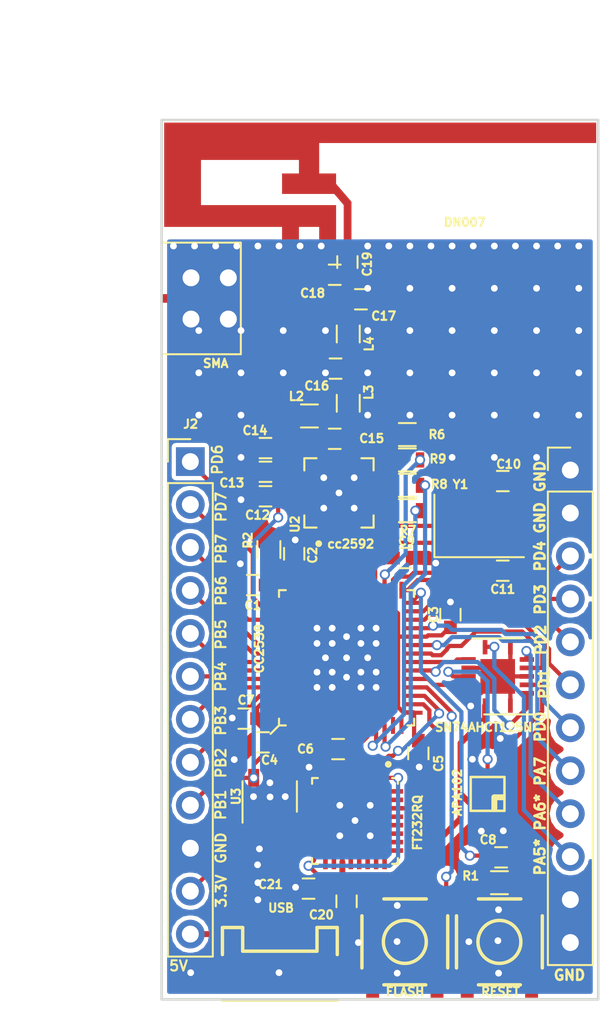
<source format=kicad_pcb>
(kicad_pcb (version 20171130) (host pcbnew 6.0.0-rc1-unknown-r13554-6fdc5972)
  (layers (0 F.Cu signal) (31 B.Cu signal) (34 B.Paste user) (35 F.Paste user) (36 B.SilkS user) (37 F.SilkS user) (38 B.Mask user) (39 F.Mask user) (44 Edge.Cuts user))
  (net 0 "")
  (net 1 "Net-(AE1-Pad1)")
  (net 2 +3.3V)
  (net 3 GND)
  (net 4 "Net-(C4-Pad2)")
  (net 5 "Net-(C8-Pad2)")
  (net 6 "Net-(C9-Pad2)")
  (net 7 "Net-(C10-Pad2)")
  (net 8 "Net-(C11-Pad2)")
  (net 9 "Net-(C15-Pad1)")
  (net 10 "Net-(C16-Pad1)")
  (net 11 "Net-(C17-Pad1)")
  (net 12 "Net-(C18-Pad1)")
  (net 13 RF_P_MCU)
  (net 14 RF_N_MCU)
  (net 15 "Net-(R1-Pad2)")
  (net 16 "Net-(R2-Pad2)")
  (net 17 "Net-(R6-Pad1)")
  (net 18 PC3)
  (net 19 "Net-(R7-Pad1)")
  (net 20 "Net-(R8-Pad1)")
  (net 21 PC2)
  (net 22 PD2)
  (net 23 "Net-(R9-Pad1)")
  (net 24 "Net-(SW2-Pad1)")
  (net 25 "Net-(U1-Pad2)")
  (net 26 "Net-(U1-Pad3)")
  (net 27 RXD)
  (net 28 TXD)
  (net 29 PD0)
  (net 30 PD1)
  (net 31 PD3)
  (net 32 PD4)
  (net 33 PD5)
  (net 34 PD6)
  (net 35 PD7)
  (net 36 "Net-(U1-Pad46)")
  (net 37 "Net-(U1-Pad47)")
  (net 38 PB7)
  (net 39 PB6)
  (net 40 PB5)
  (net 41 PB4)
  (net 42 PB3)
  (net 43 PB2)
  (net 44 PB1)
  (net 45 +5V)
  (net 46 "Net-(C21-Pad1)")
  (net 47 "Net-(D1-Pad6)")
  (net 48 "Net-(D1-Pad1)")
  (net 49 "Net-(U4-Pad28)")
  (net 50 "Net-(U4-Pad27)")
  (net 51 "Net-(U4-Pad3)")
  (net 52 "Net-(U4-Pad6)")
  (net 53 "Net-(U4-Pad9)")
  (net 54 "Net-(U4-Pad10)")
  (net 55 "Net-(U4-Pad11)")
  (net 56 "Net-(U4-Pad14)")
  (net 57 "Net-(U4-Pad15)")
  (net 58 "Net-(U4-Pad22)")
  (net 59 "Net-(U3-Pad4)")
  (net 60 "Net-(U4-Pad32)")
  (net 61 "Net-(U4-Pad31)")
  (net 62 "Net-(U4-Pad7)")
  (net 63 "Net-(U4-Pad8)")
  (net 64 "Net-(U4-Pad18)")
  (net 65 "Net-(U4-Pad21)")
  (net 66 "Net-(D1-Pad2)")
  (net 67 "Net-(D1-Pad3)")
  (net 68 PA7)
  (net 69 PA6*)
  (net 70 PA5*)
  (net 71 "Net-(U1-Pad5)")
  (net 72 "Net-(U1-Pad6)")
  (net 73 "Net-(U1-Pad7)")
  (net 74 "Net-(U1-Pad8)")
  (net 75 "Net-(U1-Pad9)")
  (net 76 "Net-(U1-Pad13)")
  (net 77 "Net-(U1-Pad14)")
  (net 78 PA3)
  (net 79 PA4)
  (net 80 PA5)
  (net 81 PA6)
  (module MOLEX_SMA_F_3460:MOLEX_SMA_F_3460 (layer F.Cu) (at 112.79 45.85 90)
    (fp_text reference SMA (at -3.84 3.21 180) (layer F.SilkS) (effects (font (size 0.5 0.5) (thickness 0.125))))
    (fp_text value SMA hide)
    (pad GND thru_hole rect (at 1.22 3.96 90) (size 1.18 1.18) (drill 1) (layers *.Cu *.Paste B.Mask) (net 3 GND))
    (pad GND thru_hole rect (at -1.22 3.96 90) (size 1.18 1.18) (drill 1) (layers *.Cu B.Mask) (net 3 GND))
    (pad GND thru_hole rect (at -1.22 1.75 90) (size 1.18 1.18) (drill 1) (layers *.Cu B.Mask) (net 3 GND))
    (pad GND thru_hole rect (at 1.22 1.75 90) (size 1.18 1.18) (drill 1) (layers *.Cu B.Mask) (net 3 GND))
    (pad 1 smd rect (at 0 0.45 90) (size 0.51 0.89) (layers F.Cu F.Paste F.Mask) (net 12 "Net-(C18-Pad1)"))
  )
  (module cc2538_cc2592:QFN65P400X400X100-17N (layer F.Cu) (at 123.3 57.35 90)
    (fp_text reference U2 (at -1.85 -2.6 90) (layer F.SilkS) (effects (font (size 0.5 0.5) (thickness 0.125))))
    (fp_text value cc2592 (at -3.02 0.7 180) (layer F.SilkS) (effects (font (size 0.5 0.5) (thickness 0.125))))
    (pad 17 smd rect (at 0 0 90) (size 2.7 2.7) (layers F.Cu F.Paste F.Mask) (net 3 GND))
    (pad 16 smd rect (at -0.975 -1.955 270) (size 0.34 0.81) (layers F.Cu F.Paste F.Mask) (net 3 GND))
    (pad 15 smd rect (at -0.325 -1.955 270) (size 0.34 0.81) (layers F.Cu F.Paste F.Mask) (net 2 +3.3V))
    (pad 14 smd rect (at 0.325 -1.955 270) (size 0.34 0.81) (layers F.Cu F.Paste F.Mask) (net 2 +3.3V))
    (pad 13 smd rect (at 0.975 -1.955 270) (size 0.34 0.81) (layers F.Cu F.Paste F.Mask) (net 2 +3.3V))
    (pad 12 smd rect (at 1.955 -0.975) (size 0.34 0.81) (layers F.Cu F.Paste F.Mask) (net 3 GND))
    (pad 11 smd rect (at 1.955 -0.325) (size 0.34 0.81) (layers F.Cu F.Paste F.Mask) (net 3 GND))
    (pad 10 smd rect (at 1.955 0.325) (size 0.34 0.81) (layers F.Cu F.Paste F.Mask) (net 9 "Net-(C15-Pad1)"))
    (pad 9 smd rect (at 1.955 0.975) (size 0.34 0.81) (layers F.Cu F.Paste F.Mask) (net 3 GND))
    (pad 8 smd rect (at 0.975 1.955 270) (size 0.34 0.81) (layers F.Cu F.Paste F.Mask) (net 17 "Net-(R6-Pad1)"))
    (pad 7 smd rect (at 0.325 1.955 270) (size 0.34 0.81) (layers F.Cu F.Paste F.Mask) (net 23 "Net-(R9-Pad1)"))
    (pad 6 smd rect (at -0.325 1.955 270) (size 0.34 0.81) (layers F.Cu F.Paste F.Mask) (net 20 "Net-(R8-Pad1)"))
    (pad 5 smd rect (at -0.975 1.955 270) (size 0.34 0.81) (layers F.Cu F.Paste F.Mask) (net 19 "Net-(R7-Pad1)"))
    (pad 4 smd rect (at -1.955 0.975) (size 0.34 0.81) (layers F.Cu F.Paste F.Mask) (net 3 GND))
    (pad 3 smd rect (at -1.955 0.325) (size 0.34 0.81) (layers F.Cu F.Paste F.Mask) (net 13 RF_P_MCU))
    (pad 2 smd rect (at -1.955 -0.325) (size 0.34 0.81) (layers F.Cu F.Paste F.Mask) (net 14 RF_N_MCU))
    (pad 1 smd rect (at -1.955 -0.975) (size 0.34 0.81) (layers F.Cu F.Paste F.Mask) (net 3 GND))
  )
  (module Capacitors_SMD:C_0603 (layer F.Cu) (at 121.5 80.75 180)
    (fp_text reference C21 (at 2.25 0.25 180) (layer F.SilkS) (effects (font (size 0.5 0.5) (thickness 0.125))))
    (fp_text value 0.1uF)
    (pad 2 smd rect (at 0.75 0 180) (size 0.4 0.4) (layers F.Cu F.Paste F.Mask) (net 3 GND))
    (pad 1 smd rect (at -0.75 0 180) (size 0.8 0.75) (layers F.Cu F.Paste F.Mask) (net 46 "Net-(C21-Pad1)"))
  )
  (module Pin_Headers:Pin_Header_Straight_1x12_Pitch2.54mm (layer F.Cu) (at 137 56)
    (fp_text reference J3 hide)
    (fp_text value H2)
    (fp_text user GND (at -0.05 29.87 180) (layer F.SilkS) (effects (font (size 0.6 0.6))))
    (fp_text user PA5* (at -1.8 22.88 90) (layer F.SilkS) (effects (font (size 0.6 0.6))))
    (fp_text user PA6* (at -1.79 20.23 90) (layer F.SilkS) (effects (font (size 0.6 0.6))))
    (fp_text user PA7 (at -1.79 17.81 90) (layer F.SilkS) (effects (font (size 0.6 0.6))))
    (fp_text user PD0 (at -1.79 15.18 90) (layer F.SilkS) (effects (font (size 0.6 0.6))))
    (fp_text user PD1 (at -1.55 12.63 90) (layer F.SilkS) (effects (font (size 0.6 0.6))))
    (fp_text user PD2 (at -1.76 10.04 90) (layer F.SilkS) (effects (font (size 0.6 0.6))))
    (fp_text user PD3 (at -1.79 7.65 90) (layer F.SilkS) (effects (font (size 0.6 0.6))))
    (fp_text user PD4 (at -1.8 5.09 90) (layer F.SilkS) (effects (font (size 0.6 0.6))))
    (fp_text user GND (at -1.81 2.82 90) (layer F.SilkS) (effects (font (size 0.6 0.6))))
    (fp_text user GND (at -1.8 0.38 90) (layer F.SilkS) (effects (font (size 0.6 0.6))))
    (pad 1 thru_hole rect (at 0 0) (size 1.7 1.7) (drill 1) (layers *.Cu *.Mask) (net 3 GND))
    (pad 2 thru_hole oval (at 0 2.54) (size 1.7 1.7) (drill 1) (layers *.Cu *.Mask) (net 3 GND))
    (pad 3 thru_hole oval (at 0 5.08) (size 1.7 1.7) (drill 1) (layers *.Cu *.Mask) (net 32 PD4))
    (pad 4 thru_hole oval (at 0 7.62) (size 1.7 1.7) (drill 1) (layers *.Cu *.Mask) (net 31 PD3))
    (pad 5 thru_hole oval (at 0 10.16) (size 1.7 1.7) (drill 1) (layers *.Cu *.Mask) (net 22 PD2))
    (pad 6 thru_hole oval (at 0 12.7) (size 1.7 1.7) (drill 1) (layers *.Cu *.Mask) (net 30 PD1))
    (pad 7 thru_hole oval (at 0 15.24) (size 1.7 1.7) (drill 1) (layers *.Cu *.Mask) (net 29 PD0))
    (pad 8 thru_hole oval (at 0 17.78) (size 1.7 1.7) (drill 1) (layers *.Cu *.Mask) (net 68 PA7))
    (pad 9 thru_hole oval (at 0 20.32) (size 1.7 1.7) (drill 1) (layers *.Cu *.Mask) (net 69 PA6*))
    (pad 10 thru_hole oval (at 0 22.86) (size 1.7 1.7) (drill 1) (layers *.Cu *.Mask) (net 70 PA5*))
    (pad 11 thru_hole oval (at 0 25.4) (size 1.7 1.7) (drill 1) (layers *.Cu *.Mask) (net 3 GND))
    (pad 12 thru_hole oval (at 0 27.94) (size 1.7 1.7) (drill 1) (layers *.Cu *.Mask) (net 3 GND))
  )
  (module TO_SOT_Packages_SMD:SOT-23-5 (layer F.Cu) (at 119.2 75.3 90)
    (fp_text reference U3 (at 0 -1.99 90) (layer F.SilkS) (effects (font (size 0.5 0.5) (thickness 0.125))))
    (fp_text value LP5907QMFX)
    (pad 5 smd rect (at 1.1 -0.95 90) (size 1.06 0.65) (layers F.Cu F.Paste F.Mask) (net 2 +3.3V))
    (pad 4 smd rect (at 1.1 0.95 90) (size 1.06 0.65) (layers F.Cu F.Paste F.Mask) (net 59 "Net-(U3-Pad4)"))
    (pad 3 smd rect (at -1.1 0.95 90) (size 1.06 0.65) (layers F.Cu F.Paste F.Mask) (net 45 +5V))
    (pad 2 smd rect (at -1.1 0 90) (size 1.06 0.65) (layers F.Cu F.Paste F.Mask) (net 3 GND))
    (pad 1 smd rect (at -1.1 -0.95 90) (size 1.06 0.65) (layers F.Cu F.Paste F.Mask) (net 45 +5V))
  )
  (module gsg-modules:APA102-2020 (layer F.Cu) (at 132.1 75.15 270)
    (fp_text reference APA102 (at -0.09 1.79 270) (layer F.SilkS) (effects (font (size 0.5 0.5) (thickness 0.125))))
    (fp_text value APA102 hide)
    (pad 1 smd rect (at 0.85 -0.9 270) (size 0.8 0.5) (layers F.Cu F.Paste F.Mask) (net 48 "Net-(D1-Pad1)"))
    (pad 6 smd rect (at 0.85 0 270) (size 0.8 0.3) (layers F.Cu F.Paste F.Mask) (net 47 "Net-(D1-Pad6)"))
    (pad 5 smd rect (at 0.85 0.9 270) (size 0.8 0.5) (layers F.Cu F.Paste F.Mask) (net 45 +5V))
    (pad 4 smd rect (at -0.85 0.9 270) (size 0.8 0.5) (layers F.Cu F.Paste F.Mask) (net 3 GND))
    (pad 3 smd rect (at -0.85 0 270) (size 0.8 0.3) (layers F.Cu F.Paste F.Mask) (net 67 "Net-(D1-Pad3)"))
    (pad 2 smd rect (at -0.85 -0.9 270) (size 0.8 0.5) (layers F.Cu F.Paste F.Mask) (net 66 "Net-(D1-Pad2)"))
  )
  (module FT232RQ-REEL:QFN50P500X500X100-33N (layer F.Cu) (at 124.25 76.75 270)
    (fp_text reference U4 hide)
    (fp_text value FT232RQ (at 0.1 -3.7 270) (layer F.SilkS) (effects (font (size 0.5 0.5) (thickness 0.125))))
    (pad 32 smd rect (at -1.75 -2.425) (size 0.86 0.27) (layers F.Cu F.Paste F.Mask) (net 60 "Net-(U4-Pad32)"))
    (pad 31 smd rect (at -1.25 -2.425) (size 0.86 0.27) (layers F.Cu F.Paste F.Mask) (net 61 "Net-(U4-Pad31)"))
    (pad 30 smd rect (at -0.75 -2.425) (size 0.86 0.27) (layers F.Cu F.Paste F.Mask) (net 27 RXD))
    (pad 29 smd rect (at -0.25 -2.425) (size 0.86 0.27) (layers F.Cu F.Paste F.Mask))
    (pad 28 smd rect (at 0.25 -2.425) (size 0.86 0.27) (layers F.Cu F.Paste F.Mask) (net 49 "Net-(U4-Pad28)"))
    (pad 27 smd rect (at 0.75 -2.425) (size 0.86 0.27) (layers F.Cu F.Paste F.Mask) (net 50 "Net-(U4-Pad27)"))
    (pad 26 smd rect (at 1.25 -2.425) (size 0.86 0.27) (layers F.Cu F.Paste F.Mask) (net 3 GND))
    (pad 25 smd rect (at 1.75 -2.425) (size 0.86 0.27) (layers F.Cu F.Paste F.Mask))
    (pad 1 smd rect (at -2.425 -1.75 90) (size 0.86 0.27) (layers F.Cu F.Paste F.Mask) (net 46 "Net-(C21-Pad1)"))
    (pad 2 smd rect (at -2.425 -1.25 90) (size 0.86 0.27) (layers F.Cu F.Paste F.Mask) (net 28 TXD))
    (pad 3 smd rect (at -2.425 -0.75 90) (size 0.86 0.27) (layers F.Cu F.Paste F.Mask) (net 51 "Net-(U4-Pad3)"))
    (pad 4 smd rect (at -2.425 -0.25 90) (size 0.86 0.27) (layers F.Cu F.Paste F.Mask) (net 3 GND))
    (pad 5 smd rect (at -2.425 0.25 90) (size 0.86 0.27) (layers F.Cu F.Paste F.Mask))
    (pad 6 smd rect (at -2.425 0.75 90) (size 0.86 0.27) (layers F.Cu F.Paste F.Mask) (net 52 "Net-(U4-Pad6)"))
    (pad 7 smd rect (at -2.425 1.25 90) (size 0.86 0.27) (layers F.Cu F.Paste F.Mask) (net 62 "Net-(U4-Pad7)"))
    (pad 8 smd rect (at -2.425 1.75 90) (size 0.86 0.27) (layers F.Cu F.Paste F.Mask) (net 63 "Net-(U4-Pad8)"))
    (pad 9 smd rect (at -1.75 2.425 180) (size 0.86 0.27) (layers F.Cu F.Paste F.Mask) (net 53 "Net-(U4-Pad9)"))
    (pad 10 smd rect (at -1.25 2.425 180) (size 0.86 0.27) (layers F.Cu F.Paste F.Mask) (net 54 "Net-(U4-Pad10)"))
    (pad 11 smd rect (at -0.75 2.425 180) (size 0.86 0.27) (layers F.Cu F.Paste F.Mask) (net 55 "Net-(U4-Pad11)"))
    (pad 12 smd rect (at -0.25 2.425 180) (size 0.86 0.27) (layers F.Cu F.Paste F.Mask))
    (pad 13 smd rect (at 0.25 2.425 180) (size 0.86 0.27) (layers F.Cu F.Paste F.Mask))
    (pad 14 smd rect (at 0.75 2.425 180) (size 0.86 0.27) (layers F.Cu F.Paste F.Mask) (net 56 "Net-(U4-Pad14)"))
    (pad 15 smd rect (at 1.25 2.425 180) (size 0.86 0.27) (layers F.Cu F.Paste F.Mask) (net 57 "Net-(U4-Pad15)"))
    (pad 16 smd rect (at 1.75 2.425 180) (size 0.86 0.27) (layers F.Cu F.Paste F.Mask) (net 46 "Net-(C21-Pad1)"))
    (pad 17 smd rect (at 2.425 1.75 270) (size 0.86 0.27) (layers F.Cu F.Paste F.Mask) (net 3 GND))
    (pad 18 smd rect (at 2.425 1.25 270) (size 0.86 0.27) (layers F.Cu F.Paste F.Mask) (net 64 "Net-(U4-Pad18)"))
    (pad 19 smd rect (at 2.425 0.75 270) (size 0.86 0.27) (layers F.Cu F.Paste F.Mask) (net 45 +5V))
    (pad 20 smd rect (at 2.425 0.25 270) (size 0.86 0.27) (layers F.Cu F.Paste F.Mask) (net 3 GND))
    (pad 21 smd rect (at 2.425 -0.25 270) (size 0.86 0.27) (layers F.Cu F.Paste F.Mask) (net 65 "Net-(U4-Pad21)"))
    (pad 22 smd rect (at 2.425 -0.75 270) (size 0.86 0.27) (layers F.Cu F.Paste F.Mask) (net 58 "Net-(U4-Pad22)"))
    (pad 23 smd rect (at 2.425 -1.25 270) (size 0.86 0.27) (layers F.Cu F.Paste F.Mask))
    (pad 24 smd rect (at 2.425 -1.75 270) (size 0.86 0.27) (layers F.Cu F.Paste F.Mask) (net 3 GND))
    (pad 33 smd rect (at 0 0 270) (size 3.2 3.2) (layers F.Cu F.Paste F.Mask) (net 3 GND))
  )
  (module Texas_DN007:Texas_DN007 (layer F.Cu) (at 112.95 35.45)
    (fp_text reference DN007 (at 17.8 5.9) (layer F.SilkS) (effects (font (size 0.5 0.5) (thickness 0.125))))
    (fp_text value Antenna)
    (fp_poly (pts (xy 10.07 4.22) (xy 10.63 4.88) (xy 10.63 6.91) (xy 11.09 6.91) (xy 11.09 4.68) (xy 10.18 3.62)) (layer F.Cu) (width 0))
    (fp_poly (pts (xy 0 0) (xy 0 6.17) (xy 6.98 6.17) (xy 6.98 6.91) (xy 7.98 6.91) (xy 7.98 6.17) (xy 9.18 6.17) (xy 9.18 6.91) (xy 10.18 6.91) (xy 10.18 4.88) (xy 2.18 4.88) (xy 2.18 2.21) (xy 7.98 2.21) (xy 7.98 3.01) (xy 6.98 3.01) (xy 6.98 4.22) (xy 10.18 4.22) (xy 10.18 3.01) (xy 9.18 3.01) (xy 9.18 1.21) (xy 25.58 1.21) (xy 25.58 0)) (layer F.Cu) (width 0))
    (pad 1 smd rect (at 10.86 7.41) (size 0.46 1) (layers F.Cu) (net 1 "Net-(AE1-Pad1)"))
    (pad GND smd rect (at 8.58 7.41) (size 3.2 1) (layers F.Cu) (net 3 GND))
  )
  (module Pin_Headers:Pin_Header_Straight_1x12_Pitch2.54mm (layer F.Cu) (at 114.5 55.5)
    (fp_text reference J2 (at 0.02 -2.22) (layer F.SilkS) (effects (font (size 0.5 0.5) (thickness 0.125))))
    (fp_text value H1)
    (fp_text user PD6 (at 1.6 -0.12 270) (layer F.SilkS) (effects (font (size 0.6 0.6) (thickness 0.125))))
    (fp_text user PD7 (at 1.82 2.68 90) (layer F.SilkS) (effects (font (size 0.6 0.6) (thickness 0.125))))
    (fp_text user PB7 (at 1.82 5.16 90) (layer F.SilkS) (effects (font (size 0.6 0.6) (thickness 0.125))))
    (fp_text user PB6 (at 1.82 7.63 90) (layer F.SilkS) (effects (font (size 0.6 0.6) (thickness 0.125))))
    (fp_text user PB5 (at 1.81 10.22 90) (layer F.SilkS) (effects (font (size 0.6 0.6) (thickness 0.125))))
    (fp_text user PB4 (at 1.8 12.71 90) (layer F.SilkS) (effects (font (size 0.6 0.6) (thickness 0.125))))
    (fp_text user PB3 (at 1.8 15.31 90) (layer F.SilkS) (effects (font (size 0.6 0.6) (thickness 0.125))))
    (fp_text user PB2 (at 1.81 17.82 90) (layer F.SilkS) (effects (font (size 0.6 0.6) (thickness 0.125))))
    (fp_text user PB1 (at 1.8 20.3 90) (layer F.SilkS) (effects (font (size 0.6 0.6) (thickness 0.125))))
    (fp_text user GND (at 1.81 22.85 90) (layer F.SilkS) (effects (font (size 0.6 0.6) (thickness 0.125))))
    (fp_text user 3.3V (at 1.83 25.4 90) (layer F.SilkS) (effects (font (size 0.6 0.6) (thickness 0.125))))
    (fp_text user 5V (at -0.7 29.82 180) (layer F.SilkS) (effects (font (size 0.6 0.6) (thickness 0.125))))
    (pad 1 thru_hole rect (at 0 0) (size 1.7 1.7) (drill 1) (layers *.Cu *.Mask) (net 34 PD6))
    (pad 2 thru_hole oval (at 0 2.54) (size 1.7 1.7) (drill 1) (layers *.Cu *.Mask) (net 35 PD7))
    (pad 3 thru_hole oval (at 0 5.08) (size 1.7 1.7) (drill 1) (layers *.Cu *.Mask) (net 38 PB7))
    (pad 4 thru_hole oval (at 0 7.62) (size 1.7 1.7) (drill 1) (layers *.Cu *.Mask) (net 39 PB6))
    (pad 5 thru_hole oval (at 0 10.16) (size 1.7 1.7) (drill 1) (layers *.Cu *.Mask) (net 40 PB5))
    (pad 6 thru_hole oval (at 0 12.7) (size 1.7 1.7) (drill 1) (layers *.Cu *.Mask) (net 41 PB4))
    (pad 7 thru_hole oval (at 0 15.24) (size 1.7 1.7) (drill 1) (layers *.Cu *.Mask) (net 42 PB3))
    (pad 8 thru_hole oval (at 0 17.78) (size 1.7 1.7) (drill 1) (layers *.Cu *.Mask) (net 43 PB2))
    (pad 9 thru_hole oval (at 0 20.32) (size 1.7 1.7) (drill 1) (layers *.Cu *.Mask) (net 44 PB1))
    (pad 10 thru_hole oval (at 0 22.86) (size 1.7 1.7) (drill 1) (layers *.Cu *.Mask) (net 3 GND))
    (pad 11 thru_hole oval (at 0 25.4) (size 1.7 1.7) (drill 1) (layers *.Cu *.Mask) (net 2 +3.3V))
    (pad 12 thru_hole oval (at 0 27.94) (size 1.7 1.7) (drill 1) (layers *.Cu *.Mask) (net 45 +5V))
  )
  (module cc2538node:TACTILE_SWITCH_SMD (layer F.Cu) (at 127.2 83.9 270)
    (fp_text reference SW2 hide)
    (fp_text value FLASH (at 3.24 1.2) (layer F.SilkS) (effects (font (size 0.5 0.5) (thickness 0.125)) (justify left bottom)))
    (pad 1 smd rect (at -2.54 -1.905) (size 0.762 1.524) (layers F.Cu F.Paste F.Mask) (net 24 "Net-(SW2-Pad1)"))
    (pad 2 smd rect (at 2.54 -1.905) (size 0.762 1.524) (layers F.Cu F.Paste F.Mask) (net 24 "Net-(SW2-Pad1)"))
    (pad 3 smd rect (at -2.54 1.905) (size 0.762 1.524) (layers F.Cu F.Paste F.Mask) (net 3 GND))
    (pad 4 smd rect (at 2.54 1.905) (size 0.762 1.524) (layers F.Cu F.Paste F.Mask) (net 3 GND))
  )
  (module cc2538node:USB-MICROB (layer F.Cu) (at 119.8 85.9)
    (fp_text reference USB1 hide)
    (fp_text value USB (at 0.9 -4.3 180) (layer F.SilkS) (effects (font (size 0.5 0.5) (thickness 0.125)) (justify right top)))
    (pad GND smd rect (at -1.3 -2.65 90) (size 1.4 0.35) (layers F.Cu F.Paste F.Mask) (net 3 GND))
    (pad VBUS smd rect (at 1.3 -2.65 90) (size 1.4 0.35) (layers F.Cu F.Paste F.Mask) (net 45 +5V))
    (pad ID smd rect (at -0.65 -2.65 90) (size 1.4 0.35) (layers F.Cu F.Paste F.Mask))
    (pad D+ smd rect (at 0 -2.65 90) (size 1.4 0.35) (layers F.Cu F.Paste F.Mask) (net 56 "Net-(U4-Pad14)"))
    (pad D- smd rect (at 0.65 -2.65 90) (size 1.4 0.35) (layers F.Cu F.Paste F.Mask) (net 57 "Net-(U4-Pad15)"))
    (pad "" smd rect (at -4 0) (size 1.8 1.9) (layers F.Cu F.Paste F.Mask) (net 3 GND))
    (pad "" smd rect (at 4 0) (size 1.8 1.9) (layers F.Cu F.Paste F.Mask) (net 3 GND))
    (pad "" smd rect (at -1.27 0) (size 1.9 1.9) (layers F.Cu F.Paste F.Mask) (net 3 GND))
    (pad "" smd rect (at 1.27 0) (size 1.9 1.9) (layers F.Cu F.Paste F.Mask) (net 3 GND))
  )
  (module Capacitors_SMD:C_0603 (layer F.Cu) (at 118.2 62.8 180)
    (fp_text reference C1 (at 0 -1.2 180) (layer F.SilkS) (effects (font (size 0.5 0.5) (thickness 0.125))))
    (fp_text value 0.1uF)
    (pad 1 smd rect (at -0.75 0 180) (size 0.8 0.75) (layers F.Cu F.Paste F.Mask) (net 2 +3.3V))
    (pad 2 smd rect (at 0.75 0 180) (size 0.8 0.75) (layers F.Cu F.Paste F.Mask) (net 3 GND))
  )
  (module Capacitors_SMD:C_0603 (layer F.Cu) (at 120.65 60.95 90)
    (fp_text reference C2 (at -0.08 1.09 90) (layer F.SilkS) (effects (font (size 0.5 0.5) (thickness 0.125))))
    (fp_text value 0.1uF)
    (pad 2 smd rect (at 0.75 0 90) (size 0.4 0.4) (layers F.Cu F.Paste F.Mask) (net 3 GND))
    (pad 1 smd rect (at -0.75 0 90) (size 0.8 0.75) (layers F.Cu F.Paste F.Mask) (net 2 +3.3V))
  )
  (module Capacitors_SMD:C_0603 (layer F.Cu) (at 129.9 64.55 90)
    (fp_text reference C3 (at 0 -1 90) (layer F.SilkS) (effects (font (size 0.5 0.5) (thickness 0.125))))
    (fp_text value 0.1uF)
    (pad 1 smd rect (at -0.75 0 90) (size 0.8 0.75) (layers F.Cu F.Paste F.Mask) (net 2 +3.3V))
    (pad 2 smd rect (at 0.75 0 90) (size 0.8 0.75) (layers F.Cu F.Paste F.Mask) (net 3 GND))
  )
  (module Capacitors_SMD:C_0603 (layer F.Cu) (at 118.8 72.1)
    (fp_text reference C4 (at 0.39 1.05) (layer F.SilkS) (effects (font (size 0.5 0.5) (thickness 0.125))))
    (fp_text value 1uF)
    (pad 1 smd rect (at -0.75 0) (size 0.4 0.4) (layers F.Cu F.Paste F.Mask) (net 3 GND))
    (pad 2 smd rect (at 0.75 0) (size 0.8 0.75) (layers F.Cu F.Paste F.Mask) (net 4 "Net-(C4-Pad2)"))
  )
  (module Capacitors_SMD:C_0603 (layer F.Cu) (at 128 72.75 270)
    (fp_text reference C5 (at 0.6 -1.2 270) (layer F.SilkS) (effects (font (size 0.5 0.5) (thickness 0.125))))
    (fp_text value 0.1uF)
    (pad 2 smd rect (at 0.75 0 270) (size 0.4 0.4) (layers F.Cu F.Paste F.Mask) (net 3 GND))
    (pad 1 smd rect (at -0.75 0 270) (size 0.8 0.75) (layers F.Cu F.Paste F.Mask) (net 2 +3.3V))
  )
  (module Capacitors_SMD:C_0603 (layer F.Cu) (at 123.25 72.5 180)
    (fp_text reference C6 (at 1.93 0.01 180) (layer F.SilkS) (effects (font (size 0.5 0.5) (thickness 0.125))))
    (fp_text value 0.1uF)
    (pad 1 smd rect (at -0.75 0 180) (size 0.8 0.75) (layers F.Cu F.Paste F.Mask) (net 2 +3.3V))
    (pad 2 smd rect (at 0.75 0 180) (size 0.4 0.4) (layers F.Cu F.Paste F.Mask) (net 3 GND))
  )
  (module Capacitors_SMD:C_0603 (layer F.Cu) (at 117.7 70.7 180)
    (fp_text reference C7 (at -0.1 1.1 180) (layer F.SilkS) (effects (font (size 0.5 0.5) (thickness 0.125))))
    (fp_text value 1uF)
    (pad 2 smd rect (at 0.75 0 180) (size 0.4 0.4) (layers F.Cu F.Paste F.Mask) (net 3 GND))
    (pad 1 smd rect (at -0.75 0 180) (size 0.8 0.75) (layers F.Cu F.Paste F.Mask) (net 2 +3.3V))
  )
  (module Capacitors_SMD:C_0603 (layer F.Cu) (at 132.9 78.9 180)
    (fp_text reference C8 (at 0.77 1.04 180) (layer F.SilkS) (effects (font (size 0.5 0.5) (thickness 0.125))))
    (fp_text value 1nF)
    (pad 1 smd rect (at -0.75 0 180) (size 0.4 0.4) (layers F.Cu F.Paste F.Mask) (net 3 GND))
    (pad 2 smd rect (at 0.75 0 180) (size 0.8 0.75) (layers F.Cu F.Paste F.Mask) (net 5 "Net-(C8-Pad2)"))
  )
  (module Capacitors_SMD:C_0603 (layer F.Cu) (at 127.25 61.2 180)
    (fp_text reference C9 (at -0.05 1 180) (layer F.SilkS) (effects (font (size 0.5 0.5) (thickness 0.125))))
    (fp_text value 1uF)
    (pad 2 smd rect (at 0.75 0 180) (size 0.8 0.75) (layers F.Cu F.Paste F.Mask) (net 6 "Net-(C9-Pad2)"))
    (pad 1 smd rect (at -0.75 0 180) (size 0.4 0.4) (layers F.Cu F.Paste F.Mask) (net 3 GND))
  )
  (module Capacitors_SMD:C_0603 (layer F.Cu) (at 133 56.65)
    (fp_text reference C10 (at 0.35 -1) (layer F.SilkS) (effects (font (size 0.5 0.5) (thickness 0.125))))
    (fp_text value 47pF)
    (pad 1 smd rect (at -0.75 0) (size 0.4 0.4) (layers F.Cu F.Paste F.Mask) (net 3 GND))
    (pad 2 smd rect (at 0.75 0) (size 0.8 0.75) (layers F.Cu F.Paste F.Mask) (net 7 "Net-(C10-Pad2)"))
  )
  (module Capacitors_SMD:C_0603 (layer F.Cu) (at 133 61.95 180)
    (fp_text reference C11 (at 0 -1.1 180) (layer F.SilkS) (effects (font (size 0.5 0.5) (thickness 0.125))))
    (fp_text value 47pF)
    (pad 2 smd rect (at 0.75 0 180) (size 0.8 0.75) (layers F.Cu F.Paste F.Mask) (net 8 "Net-(C11-Pad2)"))
    (pad 1 smd rect (at -0.75 0 180) (size 0.4 0.4) (layers F.Cu F.Paste F.Mask) (net 3 GND))
  )
  (module Capacitors_SMD:C_0603 (layer F.Cu) (at 118.95 57.55 180)
    (fp_text reference C12 (at 0.47 -1.11 180) (layer F.SilkS) (effects (font (size 0.5 0.5) (thickness 0.125))))
    (fp_text value 1uF)
    (pad 1 smd rect (at -0.75 0 180) (size 0.8 0.75) (layers F.Cu F.Paste F.Mask) (net 2 +3.3V))
    (pad 2 smd rect (at 0.75 0 180) (size 0.4 0.4) (layers F.Cu F.Paste F.Mask) (net 3 GND))
  )
  (module Capacitors_SMD:C_0603 (layer F.Cu) (at 118.95 56.1 180)
    (fp_text reference C13 (at 1.99 -0.66 180) (layer F.SilkS) (effects (font (size 0.5 0.5) (thickness 0.125))))
    (fp_text value 1nF)
    (pad 2 smd rect (at 0.75 0 180) (size 0.4 0.4) (layers F.Cu F.Paste F.Mask) (net 3 GND))
    (pad 1 smd rect (at -0.75 0 180) (size 0.8 0.75) (layers F.Cu F.Paste F.Mask) (net 2 +3.3V))
  )
  (module Capacitors_SMD:C_0603 (layer F.Cu) (at 118.95 54.7 180)
    (fp_text reference C14 (at 0.62 1.04 180) (layer F.SilkS) (effects (font (size 0.5 0.5) (thickness 0.125))))
    (fp_text value 12pF)
    (pad 1 smd rect (at -0.75 0 180) (size 0.8 0.75) (layers F.Cu F.Paste F.Mask) (net 2 +3.3V))
    (pad 2 smd rect (at 0.75 0 180) (size 0.4 0.4) (layers F.Cu F.Paste F.Mask) (net 3 GND))
  )
  (module Capacitors_SMD:C_0603 (layer F.Cu) (at 123.05 54.15 180)
    (fp_text reference C15 (at -2.19 0.02 180) (layer F.SilkS) (effects (font (size 0.5 0.5) (thickness 0.125))))
    (fp_text value 2.2pF)
    (pad 2 smd rect (at 0.75 0 180) (size 0.4 0.4) (layers F.Cu F.Paste F.Mask) (net 3 GND))
    (pad 1 smd rect (at -0.75 0 180) (size 0.8 0.75) (layers F.Cu F.Paste F.Mask) (net 9 "Net-(C15-Pad1)"))
  )
  (module Capacitors_SMD:C_0603 (layer F.Cu) (at 123.1 50 180)
    (fp_text reference C16 (at 1.11 -1.02 180) (layer F.SilkS) (effects (font (size 0.5 0.5) (thickness 0.125))))
    (fp_text value 2.2pF)
    (pad 2 smd rect (at 0.75 0 180) (size 0.4 0.4) (layers F.Cu F.Paste F.Mask) (net 3 GND))
    (pad 1 smd rect (at -0.75 0 180) (size 0.8 0.75) (layers F.Cu F.Paste F.Mask) (net 10 "Net-(C16-Pad1)"))
  )
  (module Capacitors_SMD:C_0603 (layer F.Cu) (at 124.6 45.9)
    (fp_text reference C17 (at 1.35 0.99) (layer F.SilkS) (effects (font (size 0.5 0.5) (thickness 0.125))))
    (fp_text value 0.2pF)
    (pad 1 smd rect (at -0.75 0) (size 0.8 0.75) (layers F.Cu F.Paste F.Mask) (net 11 "Net-(C17-Pad1)"))
    (pad 2 smd rect (at 0.75 0) (size 0.4 0.4) (layers F.Cu F.Paste F.Mask) (net 3 GND))
  )
  (module Capacitors_SMD:C_0603 (layer F.Cu) (at 123.05 44.45)
    (fp_text reference C18 (at -1.31 1.09) (layer F.SilkS) (effects (font (size 0.5 0.5) (thickness 0.125))))
    (fp_text value 18pF)
    (pad 2 smd rect (at 0.75 0) (size 0.8 0.75) (layers F.Cu F.Paste F.Mask) (net 11 "Net-(C17-Pad1)"))
    (pad 1 smd rect (at -0.75 0) (size 0.8 0.75) (layers F.Cu F.Paste F.Mask) (net 12 "Net-(C18-Pad1)"))
  )
  (module Capacitors_SMD:C_0603 (layer F.Cu) (at 123.8 43.7 90)
    (fp_text reference C19 (at -0.12 1.17 90) (layer F.SilkS) (effects (font (size 0.5 0.5) (thickness 0.125))))
    (fp_text value 18pF)
    (pad 1 smd rect (at -0.75 0 90) (size 0.8 0.75) (layers F.Cu F.Paste F.Mask) (net 11 "Net-(C17-Pad1)"))
    (pad 2 smd rect (at 0.75 0 90) (size 0.8 0.5) (layers F.Cu F.Paste F.Mask) (net 1 "Net-(AE1-Pad1)"))
  )
  (module Inductors_SMD:L_0603 (layer F.Cu) (at 121.55 52.8)
    (fp_text reference L2 (at -0.77 -1.16) (layer F.SilkS) (effects (font (size 0.5 0.5) (thickness 0.125))))
    (fp_text value 4.7nH)
    (pad 1 smd rect (at -0.75 0) (size 0.5 0.9) (layers F.Cu F.Paste F.Mask) (net 2 +3.3V))
    (pad 2 smd rect (at 0.75 0) (size 0.5 0.9) (layers F.Cu F.Paste F.Mask) (net 9 "Net-(C15-Pad1)"))
  )
  (module Inductors_SMD:L_0603 (layer F.Cu) (at 123.85 52.05 90)
    (fp_text reference L3 (at 0.65 1.21 90) (layer F.SilkS) (effects (font (size 0.5 0.5) (thickness 0.125))))
    (fp_text value 1nH)
    (pad 2 smd rect (at 0.75 0 90) (size 0.5 0.9) (layers F.Cu F.Paste F.Mask) (net 10 "Net-(C16-Pad1)"))
    (pad 1 smd rect (at -0.75 0 90) (size 0.5 0.9) (layers F.Cu F.Paste F.Mask) (net 9 "Net-(C15-Pad1)"))
  )
  (module Inductors_SMD:L_0603 (layer F.Cu) (at 123.85 47.95 90)
    (fp_text reference L4 (at -0.59 1.23 90) (layer F.SilkS) (effects (font (size 0.5 0.5) (thickness 0.125))))
    (fp_text value 2nH)
    (pad 2 smd rect (at 0.75 0 90) (size 0.5 0.9) (layers F.Cu F.Paste F.Mask) (net 11 "Net-(C17-Pad1)"))
    (pad 1 smd rect (at -0.75 0 90) (size 0.5 0.9) (layers F.Cu F.Paste F.Mask) (net 10 "Net-(C16-Pad1)"))
  )
  (module Resistors_SMD:R_0603 (layer F.Cu) (at 132.8 80.4)
    (fp_text reference R1 (at -1.7 -0.4) (layer F.SilkS) (effects (font (size 0.5 0.5) (thickness 0.125))))
    (fp_text value 2.2)
    (pad 1 smd rect (at -0.75 0) (size 0.5 0.9) (layers F.Cu F.Paste F.Mask) (net 5 "Net-(C8-Pad2)"))
    (pad 2 smd rect (at 0.75 0) (size 0.5 0.9) (layers F.Cu F.Paste F.Mask) (net 15 "Net-(R1-Pad2)"))
  )
  (module Resistors_SMD:R_0603 (layer F.Cu) (at 119.15 60.7 270)
    (fp_text reference R2 (at -0.55 1.24 270) (layer F.SilkS) (effects (font (size 0.5 0.5) (thickness 0.125))))
    (fp_text value 56K)
    (pad 2 smd rect (at 0.75 0 270) (size 0.5 0.9) (layers F.Cu F.Paste F.Mask) (net 16 "Net-(R2-Pad2)"))
    (pad 1 smd rect (at -0.75 0 270) (size 0.4 0.5) (layers F.Cu F.Paste F.Mask) (net 3 GND))
  )
  (module Resistors_SMD:R_0603 (layer F.Cu) (at 127.35 53.9)
    (fp_text reference R6 (at 1.75 0) (layer F.SilkS) (effects (font (size 0.5 0.5) (thickness 0.125))))
    (fp_text value 3.9K)
    (pad 1 smd rect (at -0.75 0) (size 0.5 0.9) (layers F.Cu F.Paste F.Mask) (net 17 "Net-(R6-Pad1)"))
    (pad 2 smd rect (at 0.75 0) (size 0.3 0.4) (layers F.Cu F.Paste F.Mask) (net 3 GND))
  )
  (module Resistors_SMD:R_0603 (layer F.Cu) (at 127.35 58.4)
    (fp_text reference R7 (at 0.03 1.17) (layer F.SilkS) (effects (font (size 0.5 0.5) (thickness 0.125))))
    (fp_text value 10K)
    (pad 2 smd rect (at 0.75 0) (size 0.5 0.9) (layers F.Cu F.Paste F.Mask) (net 18 PC3))
    (pad 1 smd rect (at -0.75 0) (size 0.5 0.9) (layers F.Cu F.Paste F.Mask) (net 19 "Net-(R7-Pad1)"))
  )
  (module Resistors_SMD:R_0603 (layer F.Cu) (at 127.35 56.9)
    (fp_text reference R8 (at 1.89 -0.06) (layer F.SilkS) (effects (font (size 0.5 0.5) (thickness 0.125))))
    (fp_text value 10K)
    (pad 1 smd rect (at -0.75 0) (size 0.5 0.9) (layers F.Cu F.Paste F.Mask) (net 20 "Net-(R8-Pad1)"))
    (pad 2 smd rect (at 0.75 0) (size 0.5 0.9) (layers F.Cu F.Paste F.Mask) (net 21 PC2))
  )
  (module Resistors_SMD:R_0603 (layer F.Cu) (at 127.35 55.4)
    (fp_text reference R9 (at 1.81 -0.06) (layer F.SilkS) (effects (font (size 0.5 0.5) (thickness 0.125))))
    (fp_text value 10K)
    (pad 2 smd rect (at 0.75 0) (size 0.5 0.9) (layers F.Cu F.Paste F.Mask) (net 33 PD5))
    (pad 1 smd rect (at -0.75 0) (size 0.5 0.9) (layers F.Cu F.Paste F.Mask) (net 23 "Net-(R9-Pad1)"))
  )
  (module cc2538node:TACTILE_SWITCH_SMD (layer F.Cu) (at 132.8 83.9 270)
    (fp_text reference SW1 hide)
    (fp_text value RESET (at 3.24 1.15) (layer F.SilkS) (effects (font (size 0.5 0.5) (thickness 0.125)) (justify left bottom)))
    (pad 4 smd rect (at 2.54 1.905) (size 0.762 1.524) (layers F.Cu F.Paste F.Mask) (net 3 GND))
    (pad 3 smd rect (at -2.54 1.905) (size 0.762 1.524) (layers F.Cu F.Paste F.Mask) (net 3 GND))
    (pad 2 smd rect (at 2.54 -1.905) (size 0.762 1.524) (layers F.Cu F.Paste F.Mask) (net 15 "Net-(R1-Pad2)"))
    (pad 1 smd rect (at -2.54 -1.905) (size 0.762 1.524) (layers F.Cu F.Paste F.Mask) (net 15 "Net-(R1-Pad2)"))
  )
  (module cc2538node:QFN56 (layer F.Cu) (at 123.75 67.09997 90)
    (fp_text reference CC2538 (at -1.00003 -4.87 90) (layer F.SilkS) (effects (font (size 0.5 0.5) (thickness 0.125)) (justify left bottom)))
    (fp_text value CC2538 hide)
    (pad 1 smd rect (at -4 -3.25 90) (size 1 0.24) (layers F.Cu F.Paste F.Mask) (net 3 GND))
    (pad 2 smd rect (at -4 -2.75 90) (size 1 0.24) (layers F.Cu F.Paste F.Mask) (net 25 "Net-(U1-Pad2)"))
    (pad 3 smd rect (at -4 -2.25 90) (size 1 0.24) (layers F.Cu F.Paste F.Mask) (net 26 "Net-(U1-Pad3)"))
    (pad 4 smd rect (at -4 -1.75 90) (size 1 0.24) (layers F.Cu F.Paste F.Mask) (net 2 +3.3V))
    (pad 5 smd rect (at -4 -1.25 90) (size 1 0.24) (layers F.Cu F.Paste F.Mask) (net 71 "Net-(U1-Pad5)"))
    (pad 6 smd rect (at -4 -0.75 90) (size 1 0.24) (layers F.Cu F.Paste F.Mask) (net 72 "Net-(U1-Pad6)"))
    (pad 7 smd rect (at -4 -0.25 90) (size 1 0.24) (layers F.Cu F.Paste F.Mask) (net 73 "Net-(U1-Pad7)"))
    (pad 8 smd rect (at -4 0.25 90) (size 1 0.24) (layers F.Cu F.Paste F.Mask) (net 74 "Net-(U1-Pad8)"))
    (pad 9 smd rect (at -4 0.75 90) (size 1 0.24) (layers F.Cu F.Paste F.Mask) (net 75 "Net-(U1-Pad9)"))
    (pad 10 smd rect (at -4 1.25 90) (size 1 0.24) (layers F.Cu F.Paste F.Mask) (net 2 +3.3V))
    (pad 11 smd rect (at -4 1.75 90) (size 1 0.24) (layers F.Cu F.Paste F.Mask) (net 18 PC3))
    (pad 12 smd rect (at -4 2.25 90) (size 1 0.24) (layers F.Cu F.Paste F.Mask) (net 21 PC2))
    (pad 13 smd rect (at -4 2.75 90) (size 1 0.24) (layers F.Cu F.Paste F.Mask) (net 76 "Net-(U1-Pad13)"))
    (pad 14 smd rect (at -4 3.25 90) (size 1 0.24) (layers F.Cu F.Paste F.Mask) (net 77 "Net-(U1-Pad14)"))
    (pad 15 smd rect (at -3.25 4 180) (size 1 0.24) (layers F.Cu F.Paste F.Mask) (net 2 +3.3V))
    (pad 16 smd rect (at -2.75 4 180) (size 1 0.24) (layers F.Cu F.Paste F.Mask) (net 27 RXD))
    (pad 17 smd rect (at -2.25 4 180) (size 1 0.24) (layers F.Cu F.Paste F.Mask) (net 28 TXD))
    (pad 18 smd rect (at -1.75 4 180) (size 1 0.24) (layers F.Cu F.Paste F.Mask) (net 24 "Net-(SW2-Pad1)"))
    (pad 19 smd rect (at -1.25 4 180) (size 1 0.24) (layers F.Cu F.Paste F.Mask) (net 78 PA3))
    (pad 20 smd rect (at -0.75 4 180) (size 1 0.24) (layers F.Cu F.Paste F.Mask) (net 79 PA4))
    (pad 21 smd rect (at -0.25 4 180) (size 1 0.24) (layers F.Cu F.Paste F.Mask) (net 80 PA5))
    (pad 22 smd rect (at 0.25 4 180) (size 1 0.24) (layers F.Cu F.Paste F.Mask) (net 81 PA6))
    (pad 23 smd rect (at 0.75 4 180) (size 1 0.24) (layers F.Cu F.Paste F.Mask) (net 68 PA7))
    (pad 24 smd rect (at 1.25 4 180) (size 1 0.24) (layers F.Cu F.Paste F.Mask) (net 2 +3.3V))
    (pad 25 smd rect (at 1.75 4 180) (size 1 0.24) (layers F.Cu F.Paste F.Mask) (net 29 PD0))
    (pad 26 smd rect (at 2.25 4 180) (size 1 0.24) (layers F.Cu F.Paste F.Mask) (net 30 PD1))
    (pad 27 smd rect (at 2.75 4 180) (size 1 0.24) (layers F.Cu F.Paste F.Mask) (net 22 PD2))
    (pad 28 smd rect (at 3.25 4 180) (size 1 0.24) (layers F.Cu F.Paste F.Mask) (net 5 "Net-(C8-Pad2)"))
    (pad 29 smd rect (at 4 3.25 90) (size 1 0.24) (layers F.Cu F.Paste F.Mask) (net 31 PD3))
    (pad 30 smd rect (at 4 2.75 90) (size 1 0.24) (layers F.Cu F.Paste F.Mask) (net 32 PD4))
    (pad 31 smd rect (at 4 2.25 90) (size 1 0.24) (layers F.Cu F.Paste F.Mask) (net 33 PD5))
    (pad 32 smd rect (at 4 1.75 90) (size 1 0.24) (layers F.Cu F.Paste F.Mask) (net 6 "Net-(C9-Pad2)"))
    (pad 33 smd rect (at 4 1.25 90) (size 1 0.24) (layers F.Cu F.Paste F.Mask) (net 2 +3.3V))
    (pad 34 smd rect (at 4 0.75 90) (size 1 0.24) (layers F.Cu F.Paste F.Mask) (net 8 "Net-(C11-Pad2)"))
    (pad 35 smd rect (at 4 0.25 90) (size 1 0.24) (layers F.Cu F.Paste F.Mask) (net 7 "Net-(C10-Pad2)"))
    (pad 36 smd rect (at 4 -0.25 90) (size 1 0.24) (layers F.Cu F.Paste F.Mask) (net 2 +3.3V))
    (pad 37 smd rect (at 4 -0.75 90) (size 1 0.24) (layers F.Cu F.Paste F.Mask) (net 13 RF_P_MCU))
    (pad 38 smd rect (at 4 -1.25 90) (size 1 0.24) (layers F.Cu F.Paste F.Mask) (net 14 RF_N_MCU))
    (pad 39 smd rect (at 4 -1.75 90) (size 1 0.24) (layers F.Cu F.Paste F.Mask) (net 2 +3.3V))
    (pad 40 smd rect (at 4 -2.25 90) (size 1 0.24) (layers F.Cu F.Paste F.Mask) (net 2 +3.3V))
    (pad 41 smd rect (at 4 -2.75 90) (size 1 0.24) (layers F.Cu F.Paste F.Mask) (net 2 +3.3V))
    (pad 42 smd rect (at 4 -3.25 90) (size 1 0.24) (layers F.Cu F.Paste F.Mask) (net 16 "Net-(R2-Pad2)"))
    (pad 43 smd rect (at 3.25 -4 180) (size 1 0.24) (layers F.Cu F.Paste F.Mask) (net 2 +3.3V))
    (pad 44 smd rect (at 2.75 -4 180) (size 1 0.24) (layers F.Cu F.Paste F.Mask) (net 34 PD6))
    (pad 45 smd rect (at 2.25 -4 180) (size 1 0.24) (layers F.Cu F.Paste F.Mask) (net 35 PD7))
    (pad 46 smd rect (at 1.75 -4 180) (size 1 0.24) (layers F.Cu F.Paste F.Mask) (net 36 "Net-(U1-Pad46)"))
    (pad 47 smd rect (at 1.25 -4 180) (size 1 0.24) (layers F.Cu F.Paste F.Mask) (net 37 "Net-(U1-Pad47)"))
    (pad 48 smd rect (at 0.75 -4 180) (size 1 0.24) (layers F.Cu F.Paste F.Mask) (net 38 PB7))
    (pad 49 smd rect (at 0.25 -4 180) (size 1 0.24) (layers F.Cu F.Paste F.Mask) (net 39 PB6))
    (pad 50 smd rect (at -0.25 -4 180) (size 1 0.24) (layers F.Cu F.Paste F.Mask) (net 40 PB5))
    (pad 51 smd rect (at -0.75 -4 180) (size 1 0.24) (layers F.Cu F.Paste F.Mask) (net 41 PB4))
    (pad 52 smd rect (at -1.25 -4 180) (size 1 0.24) (layers F.Cu F.Paste F.Mask) (net 42 PB3))
    (pad 53 smd rect (at -1.75 -4 180) (size 1 0.24) (layers F.Cu F.Paste F.Mask) (net 43 PB2))
    (pad 54 smd rect (at -2.25 -4 180) (size 1 0.24) (layers F.Cu F.Paste F.Mask) (net 44 PB1))
    (pad 55 smd rect (at -2.75 -4 180) (size 1 0.24) (layers F.Cu F.Paste F.Mask) (net 2 +3.3V))
    (pad 56 smd rect (at -3.25 -4 180) (size 1 0.24) (layers F.Cu F.Paste F.Mask) (net 4 "Net-(C4-Pad2)"))
    (pad PAD smd rect (at 0 0 90) (size 4.65 4.65) (layers F.Cu F.Paste F.Mask) (net 3 GND))
  )
  (module Crystals:Crystal_SMD_5032-4pin_5.0x3.2mm (layer F.Cu) (at 131.6 59.3)
    (fp_text reference Y1 (at -1.1 -2.45) (layer F.SilkS) (effects (font (size 0.5 0.5) (thickness 0.125))))
    (fp_text value 32Mhz)
    (pad 4 smd rect (at -1.65 -1) (size 1.6 1.3) (layers F.Cu F.Paste F.Mask))
    (pad 3 smd rect (at 1.65 -1) (size 1.6 1.3) (layers F.Cu F.Paste F.Mask) (net 7 "Net-(C10-Pad2)"))
    (pad 2 smd rect (at 1.65 1) (size 1.6 1.3) (layers F.Cu F.Paste F.Mask))
    (pad 1 smd rect (at -1.65 1) (size 1.6 1.3) (layers F.Cu F.Paste F.Mask) (net 8 "Net-(C11-Pad2)"))
  )
  (module Capacitors_SMD:C_0603 (layer F.Cu) (at 123.75 81.5 90)
    (fp_text reference C20 (at -0.8 -1.49 180) (layer F.SilkS) (effects (font (size 0.5 0.5) (thickness 0.125))))
    (fp_text value 10nF)
    (pad 1 smd rect (at -0.75 0 90) (size 0.4 0.4) (layers F.Cu F.Paste F.Mask) (net 3 GND))
    (pad 2 smd rect (at 0.75 0 90) (size 0.8 0.75) (layers F.Cu F.Paste F.Mask) (net 45 +5V))
  )
  (module Housings_DFN_QFN:Texas_S-PVQFN-N14 (layer F.Cu) (at 132.7 68.2 180)
    (fp_text reference SN74AHCT125N (at 0.83 -3.01 180) (layer F.SilkS) (effects (font (size 0.5 0.5) (thickness 0.125))))
    (fp_text value SN74AHCT125N)
    (pad 1 smd rect (at -0.75 -1.725 90) (size 0.85 0.28) (layers F.Cu F.Paste F.Mask) (net 3 GND))
    (pad 2 smd rect (at -1.725 -1 90) (size 0.28 0.85) (layers F.Cu F.Paste F.Mask) (net 79 PA4))
    (pad 3 smd rect (at -1.725 -0.5 90) (size 0.28 0.85) (layers F.Cu F.Paste F.Mask) (net 66 "Net-(D1-Pad2)"))
    (pad 4 smd rect (at -1.725 0 90) (size 0.28 0.85) (layers F.Cu F.Paste F.Mask) (net 3 GND))
    (pad 5 smd rect (at -1.725 0.5 90) (size 0.28 0.85) (layers F.Cu F.Paste F.Mask) (net 81 PA6))
    (pad 6 smd rect (at -1.725 1 90) (size 0.28 0.85) (layers F.Cu F.Paste F.Mask) (net 69 PA6*))
    (pad 7 smd rect (at -0.75 1.725 90) (size 0.85 0.28) (layers F.Cu F.Paste F.Mask) (net 3 GND))
    (pad 8 smd rect (at 0.75 1.725 90) (size 0.85 0.28) (layers F.Cu F.Paste F.Mask) (net 70 PA5*))
    (pad 9 smd rect (at 1.725 1 90) (size 0.28 0.85) (layers F.Cu F.Paste F.Mask) (net 80 PA5))
    (pad 10 smd rect (at 1.725 0.5 90) (size 0.28 0.85) (layers F.Cu F.Paste F.Mask) (net 3 GND))
    (pad 11 smd rect (at 1.725 0 90) (size 0.28 0.85) (layers F.Cu F.Paste F.Mask) (net 67 "Net-(D1-Pad3)"))
    (pad 12 smd rect (at 1.725 -0.5 90) (size 0.28 0.85) (layers F.Cu F.Paste F.Mask) (net 78 PA3))
    (pad 13 smd rect (at 1.725 -1 90) (size 0.28 0.85) (layers F.Cu F.Paste F.Mask) (net 3 GND))
    (pad 14 smd rect (at 0.75 -1.725 90) (size 0.85 0.28) (layers F.Cu F.Paste F.Mask) (net 45 +5V))
    (pad 15 smd rect (at 0 0 90) (size 2.05 2.05) (layers F.Cu F.Mask) (net 3 GND))
  )
  (gr_line (start 138.65 87.3) (end 112.8 87.3) (layer Edge.Cuts) (width 0.15))
  (gr_line (start 138.65 35.3) (end 138.65 87.3) (layer Edge.Cuts) (width 0.15))
  (gr_line (start 112.8 35.3) (end 138.65 35.3) (layer Edge.Cuts) (width 0.15))
  (gr_line (start 112.8 87.3) (end 112.8 35.3) (layer Edge.Cuts) (width 0.15))
  (segment (start 120.6 64.44997) (end 120.6 69.74997) (width 0.25) (layer F.Cu) (net 2))
  (segment (start 120.5 69.84997) (end 119.75 69.84997) (width 0.25) (layer F.Cu) (net 2))
  (segment (start 126.8 64.484271) (end 126.365689 64.04996) (width 0.25) (layer F.Cu) (net 2))
  (segment (start 125 71.09997) (end 125 70.484968) (width 0.25) (layer F.Cu) (net 2))
  (segment (start 125 70.484968) (end 125.334998 70.14997) (width 0.25) (layer F.Cu) (net 2))
  (segment (start 125.334998 70.14997) (end 125.335006 70.149978) (width 0.25) (layer F.Cu) (net 2))
  (segment (start 125.335006 70.149978) (end 126.36569 70.149978) (width 0.25) (layer F.Cu) (net 2))
  (segment (start 126.36569 70.149978) (end 126.8 69.715668) (width 0.25) (layer F.Cu) (net 2))
  (segment (start 120.6 69.74997) (end 120.5 69.84997) (width 0.25) (layer F.Cu) (net 2))
  (segment (start 122 70.34997) (end 122 71.09997) (width 0.25) (layer F.Cu) (net 2))
  (segment (start 122.199992 70.149978) (end 122 70.34997) (width 0.25) (layer F.Cu) (net 2))
  (segment (start 125.335006 70.149978) (end 122.199992 70.149978) (width 0.25) (layer F.Cu) (net 2))
  (segment (start 127.724999 70.324969) (end 127.75 70.34997) (width 0.25) (layer F.Cu) (net 2))
  (segment (start 127.109997 70.324969) (end 127.724999 70.324969) (width 0.25) (layer F.Cu) (net 2))
  (segment (start 126.8 70.014972) (end 127.109997 70.324969) (width 0.25) (layer F.Cu) (net 2))
  (segment (start 126.8 69.715668) (end 126.8 70.014972) (width 0.25) (layer F.Cu) (net 2))
  (segment (start 123.5 63.09997) (end 123.5 64.04996) (width 0.25) (layer F.Cu) (net 2))
  (segment (start 126.365689 64.04996) (end 125 64.04996) (width 0.25) (layer F.Cu) (net 2))
  (segment (start 125 63.09997) (end 125 64.04996) (width 0.25) (layer F.Cu) (net 2))
  (segment (start 125 64.04996) (end 123.5 64.04996) (width 0.25) (layer F.Cu) (net 2))
  (segment (start 122 63.09997) (end 122 64.04996) (width 0.25) (layer F.Cu) (net 2))
  (segment (start 123.5 64.04996) (end 122 64.04996) (width 0.25) (layer F.Cu) (net 2))
  (segment (start 121.5 63.09997) (end 121.5 64.04996) (width 0.25) (layer F.Cu) (net 2))
  (segment (start 122 64.04996) (end 121.5 64.04996) (width 0.25) (layer F.Cu) (net 2))
  (segment (start 121.5 64.04996) (end 121.00001 64.04996) (width 0.25) (layer F.Cu) (net 2))
  (segment (start 121.00001 63.84998) (end 121.00001 64.04996) (width 0.25) (layer F.Cu) (net 2))
  (segment (start 121 63.84997) (end 121.00001 63.84998) (width 0.25) (layer F.Cu) (net 2))
  (segment (start 121 63.09997) (end 121 63.84997) (width 0.25) (layer F.Cu) (net 2))
  (segment (start 120.504999 63.954969) (end 120.8 64.24997) (width 0.25) (layer F.Cu) (net 2))
  (segment (start 120.304999 63.954969) (end 120.504999 63.954969) (width 0.25) (layer F.Cu) (net 2))
  (segment (start 120.2 63.84997) (end 120.304999 63.954969) (width 0.25) (layer F.Cu) (net 2))
  (segment (start 119.75 63.84997) (end 120.2 63.84997) (width 0.25) (layer F.Cu) (net 2))
  (segment (start 121.00001 64.04996) (end 120.8 64.24997) (width 0.25) (layer F.Cu) (net 2))
  (segment (start 120.8 64.24997) (end 120.6 64.44997) (width 0.25) (layer F.Cu) (net 2))
  (segment (start 127 65.84997) (end 126.8 65.84997) (width 0.25) (layer F.Cu) (net 2))
  (segment (start 127.75 65.84997) (end 127 65.84997) (width 0.25) (layer F.Cu) (net 2))
  (segment (start 126.8 69.715668) (end 126.8 65.84997) (width 0.25) (layer F.Cu) (net 2))
  (segment (start 126.8 65.84997) (end 126.8 64.484271) (width 0.25) (layer F.Cu) (net 2))
  (segment (start 118.45 70.95) (end 118.45 70.7) (width 0.25) (layer F.Cu) (net 2))
  (segment (start 118.8 71.3) (end 118.45 70.95) (width 0.25) (layer F.Cu) (net 2))
  (segment (start 118.8 72.87) (end 118.8 71.3) (width 0.25) (layer F.Cu) (net 2))
  (segment (start 118.25 74.2) (end 118.25 73.42) (width 0.25) (layer F.Cu) (net 2))
  (segment (start 119 69.84997) (end 119.75 69.84997) (width 0.25) (layer F.Cu) (net 2))
  (segment (start 118.67503 69.84997) (end 119 69.84997) (width 0.25) (layer F.Cu) (net 2))
  (segment (start 118.45 70.075) (end 118.67503 69.84997) (width 0.25) (layer F.Cu) (net 2))
  (segment (start 118.45 70.7) (end 118.45 70.075) (width 0.25) (layer F.Cu) (net 2))
  (segment (start 122 71.729998) (end 120.629998 73.1) (width 0.25) (layer F.Cu) (net 2))
  (segment (start 122 71.09997) (end 122 71.729998) (width 0.25) (layer F.Cu) (net 2))
  (segment (start 119.925 73.1) (end 118.57 73.1) (width 0.25) (layer F.Cu) (net 2))
  (segment (start 118.25 73.42) (end 118.57 73.1) (width 0.25) (layer F.Cu) (net 2))
  (segment (start 120.629998 73.1) (end 119.925 73.1) (width 0.25) (layer F.Cu) (net 2))
  (segment (start 118.57 73.1) (end 118.8 72.87) (width 0.25) (layer F.Cu) (net 2))
  (segment (start 115.349999 80.050001) (end 114.5 80.9) (width 0.25) (layer F.Cu) (net 2))
  (segment (start 116.7 78.7) (end 115.349999 80.050001) (width 0.25) (layer F.Cu) (net 2))
  (segment (start 116.7 75.175) (end 116.7 78.7) (width 0.25) (layer F.Cu) (net 2))
  (segment (start 117.675 74.2) (end 116.7 75.175) (width 0.25) (layer F.Cu) (net 2))
  (segment (start 118.25 74.2) (end 117.675 74.2) (width 0.25) (layer F.Cu) (net 2))
  (segment (start 125 71.748998) (end 124.6 72.148998) (width 0.25) (layer F.Cu) (net 2))
  (segment (start 125 71.09997) (end 125 71.748998) (width 0.25) (layer F.Cu) (net 2))
  (segment (start 124.351002 72.148998) (end 124 72.5) (width 0.25) (layer F.Cu) (net 2))
  (segment (start 124.6 72.148998) (end 124.351002 72.148998) (width 0.25) (layer F.Cu) (net 2))
  (segment (start 128.5 65.84997) (end 128.574971 65.774999) (width 0.25) (layer F.Cu) (net 2))
  (segment (start 127.75 65.84997) (end 128.5 65.84997) (width 0.25) (layer F.Cu) (net 2))
  (segment (start 128.574971 65.774999) (end 129.376001 65.774999) (width 0.25) (layer F.Cu) (net 2))
  (segment (start 129.851 65.3) (end 129.9 65.3) (width 0.25) (layer F.Cu) (net 2))
  (segment (start 129.376001 65.774999) (end 129.851 65.3) (width 0.25) (layer F.Cu) (net 2))
  (segment (start 121 62.05) (end 120.65 61.7) (width 0.25) (layer F.Cu) (net 2))
  (segment (start 121 63.09997) (end 121 62.05) (width 0.25) (layer F.Cu) (net 2))
  (via (at 118.25 74.2) (size 0.6) (drill 0.4) (layers F.Cu B.Cu) (net 2))
  (via (at 119.7 58.8) (size 0.6) (drill 0.4) (layers F.Cu B.Cu) (net 2))
  (segment (start 118.25 74.2) (end 118.25 60.25) (width 0.25) (layer B.Cu) (net 2))
  (segment (start 118.25 60.25) (end 119.7 58.8) (width 0.25) (layer B.Cu) (net 2))
  (segment (start 119.7 58.8) (end 119.7 57.55) (width 0.25) (layer F.Cu) (net 2))
  (segment (start 119.7 57.55) (end 119.7 56.1) (width 0.25) (layer F.Cu) (net 2))
  (segment (start 119.7 56.1) (end 119.7 54.7) (width 0.25) (layer F.Cu) (net 2))
  (segment (start 120.3 52.8) (end 120.8 52.8) (width 0.25) (layer F.Cu) (net 2))
  (segment (start 119.7 53.4) (end 120.3 52.8) (width 0.25) (layer F.Cu) (net 2))
  (segment (start 119.7 54.7) (end 119.7 53.4) (width 0.25) (layer F.Cu) (net 2))
  (segment (start 121.345 56.375) (end 121.345 57.675) (width 0.25) (layer F.Cu) (net 2))
  (segment (start 120.225 57.025) (end 119.7 57.55) (width 0.25) (layer F.Cu) (net 2))
  (segment (start 121.345 57.025) (end 120.225 57.025) (width 0.25) (layer F.Cu) (net 2))
  (segment (start 127.75 71.75) (end 128 72) (width 0.25) (layer F.Cu) (net 2))
  (segment (start 127.75 70.34997) (end 127.75 71.75) (width 0.25) (layer F.Cu) (net 2))
  (segment (start 119.75 63.6) (end 118.95 62.8) (width 0.25) (layer F.Cu) (net 2))
  (segment (start 119.75 63.84997) (end 119.75 63.6) (width 0.25) (layer F.Cu) (net 2))
  (via (at 115 47.75) (size 0.6) (drill 0.4) (layers F.Cu B.Cu) (net 3))
  (via (at 122.5 50.25) (size 0.6) (drill 0.4) (layers F.Cu B.Cu) (net 3))
  (via (at 113.5 42.75) (size 0.6) (drill 0.4) (layers F.Cu B.Cu) (net 3))
  (via (at 114.75 42.75) (size 0.6) (drill 0.4) (layers F.Cu B.Cu) (net 3))
  (via (at 116 42.75) (size 0.6) (drill 0.4) (layers F.Cu B.Cu) (net 3))
  (via (at 117.25 42.75) (size 0.6) (drill 0.4) (layers F.Cu B.Cu) (net 3))
  (via (at 122.25 42.75) (size 0.6) (drill 0.4) (layers F.Cu B.Cu) (net 3))
  (via (at 121 42.75) (size 0.6) (drill 0.4) (layers F.Cu B.Cu) (net 3))
  (via (at 120.71 60.13) (size 0.6) (drill 0.4) (layers F.Cu B.Cu) (net 3))
  (via (at 128.05 73.56) (size 0.6) (drill 0.4) (layers F.Cu B.Cu) (net 3))
  (via (at 120.73 80.67) (size 0.6) (drill 0.4) (layers F.Cu B.Cu) (net 3))
  (via (at 116.98 70.66) (size 0.6) (drill 0.4) (layers F.Cu B.Cu) (net 3))
  (via (at 122.4 58.25) (size 0.6) (drill 0.4) (layers F.Cu B.Cu) (net 3))
  (via (at 124.2 58.25) (size 0.6) (drill 0.4) (layers F.Cu B.Cu) (net 3))
  (via (at 124.2 56.45) (size 0.6) (drill 0.4) (layers F.Cu B.Cu) (net 3))
  (via (at 123.3 57.35) (size 0.6) (drill 0.4) (layers F.Cu B.Cu) (net 3))
  (via (at 122.4 56.45) (size 0.6) (drill 0.4) (layers F.Cu B.Cu) (net 3))
  (segment (start 120.5 70.714972) (end 120.525001 70.689971) (width 0.25) (layer F.Cu) (net 3))
  (segment (start 120.5 71.09997) (end 120.5 70.714972) (width 0.25) (layer F.Cu) (net 3))
  (segment (start 120.525001 70.689971) (end 120.525001 70.459967) (width 0.25) (layer F.Cu) (net 3))
  (segment (start 121.1 69.614972) (end 121.234998 69.74997) (width 0.25) (layer F.Cu) (net 3))
  (segment (start 126.2 69.74997) (end 126.4 69.54997) (width 0.25) (layer F.Cu) (net 3))
  (segment (start 126.4 64.64997) (end 126.2 64.44997) (width 0.25) (layer F.Cu) (net 3))
  (segment (start 121.3 64.44997) (end 121.1 64.64997) (width 0.25) (layer F.Cu) (net 3))
  (segment (start 123.8 69.72497) (end 123.8 69.74997) (width 0.25) (layer F.Cu) (net 3))
  (segment (start 123.75 69.67497) (end 123.8 69.72497) (width 0.25) (layer F.Cu) (net 3))
  (segment (start 123.75 67.09997) (end 123.75 67.09997) (width 0.25) (layer F.Cu) (net 3))
  (segment (start 126.375 67.04997) (end 126.4 67.04997) (width 0.25) (layer F.Cu) (net 3))
  (segment (start 126.325 67.09997) (end 126.375 67.04997) (width 0.25) (layer F.Cu) (net 3))
  (segment (start 123.75 67.09997) (end 125 67.09997) (width 0.25) (layer F.Cu) (net 3))
  (segment (start 123.675 64.44997) (end 123.6 64.44997) (width 0.25) (layer F.Cu) (net 3))
  (segment (start 123.75 64.52497) (end 123.675 64.44997) (width 0.25) (layer F.Cu) (net 3))
  (segment (start 123.75 67.09997) (end 123.75 65.84997) (width 0.25) (layer F.Cu) (net 3))
  (segment (start 123.6 64.44997) (end 121.3 64.44997) (width 0.25) (layer F.Cu) (net 3))
  (segment (start 121.1 67.17497) (end 121.1 67.24997) (width 0.25) (layer F.Cu) (net 3))
  (segment (start 121.175 67.09997) (end 121.1 67.17497) (width 0.25) (layer F.Cu) (net 3))
  (segment (start 123.75 67.09997) (end 122.5 67.09997) (width 0.25) (layer F.Cu) (net 3))
  (segment (start 121.1 67.24997) (end 121.1 69.614972) (width 0.25) (layer F.Cu) (net 3))
  (segment (start 120.834998 70.14997) (end 120.934998 70.04997) (width 0.25) (layer F.Cu) (net 3))
  (segment (start 120.834998 70.14997) (end 121.234998 69.74997) (width 0.25) (layer F.Cu) (net 3))
  (segment (start 120.525001 70.459967) (end 120.834998 70.14997) (width 0.25) (layer F.Cu) (net 3))
  (segment (start 123.75 68.24997) (end 123.75 69.67497) (width 0.25) (layer F.Cu) (net 3))
  (via (at 122 68.84997) (size 0.6) (drill 0.4) (layers F.Cu B.Cu) (net 3))
  (via (at 122.9 68.84997) (size 0.6) (drill 0.4) (layers F.Cu B.Cu) (net 3))
  (via (at 125.5 68.84997) (size 0.6) (drill 0.4) (layers F.Cu B.Cu) (net 3))
  (via (at 124.6 68.84997) (size 0.6) (drill 0.4) (layers F.Cu B.Cu) (net 3))
  (via (at 125.5 67.94997) (size 0.6) (drill 0.4) (layers F.Cu B.Cu) (net 3))
  (via (at 125.5 65.34997) (size 0.6) (drill 0.4) (layers F.Cu B.Cu) (net 3))
  (via (at 125.5 66.24997) (size 0.6) (drill 0.4) (layers F.Cu B.Cu) (net 3))
  (via (at 124.6 65.34997) (size 0.6) (drill 0.4) (layers F.Cu B.Cu) (net 3))
  (via (at 122 65.34997) (size 0.6) (drill 0.4) (layers F.Cu B.Cu) (net 3))
  (via (at 122.9 65.34997) (size 0.6) (drill 0.4) (layers F.Cu B.Cu) (net 3))
  (via (at 122 66.24997) (size 0.6) (drill 0.4) (layers F.Cu B.Cu) (net 3))
  (via (at 122 67.94997) (size 0.6) (drill 0.4) (layers F.Cu B.Cu) (net 3))
  (via (at 122.9 67.94997) (size 0.6) (drill 0.4) (layers F.Cu B.Cu) (net 3))
  (via (at 124.6 67.94997) (size 0.6) (drill 0.4) (layers F.Cu B.Cu) (net 3))
  (via (at 124.6 66.24997) (size 0.6) (drill 0.4) (layers F.Cu B.Cu) (net 3))
  (via (at 122.9 66.24997) (size 0.6) (drill 0.4) (layers F.Cu B.Cu) (net 3))
  (segment (start 123.75 65.84997) (end 123.75 64.52497) (width 0.25) (layer F.Cu) (net 3))
  (via (at 123.75 65.84997) (size 0.6) (drill 0.4) (layers F.Cu B.Cu) (net 3))
  (segment (start 123.75 68.24997) (end 123.75 68.24997) (width 0.25) (layer F.Cu) (net 3))
  (via (at 123.75 68.24997) (size 0.6) (drill 0.4) (layers F.Cu B.Cu) (net 3))
  (segment (start 123.75 67.09997) (end 123.75 68.24997) (width 0.25) (layer F.Cu) (net 3))
  (via (at 123.75 67.09997) (size 0.6) (drill 0.4) (layers F.Cu B.Cu) (net 3))
  (segment (start 122.5 67.09997) (end 121.175 67.09997) (width 0.25) (layer F.Cu) (net 3))
  (via (at 122.5 67.09997) (size 0.6) (drill 0.4) (layers F.Cu B.Cu) (net 3))
  (segment (start 125 67.09997) (end 126.325 67.09997) (width 0.25) (layer F.Cu) (net 3))
  (via (at 125 67.09997) (size 0.6) (drill 0.4) (layers F.Cu B.Cu) (net 3))
  (via (at 131.2 73.1) (size 0.6) (drill 0.4) (layers F.Cu B.Cu) (net 3))
  (segment (start 131.2 74.3) (end 131.2 73.1) (width 0.25) (layer F.Cu) (net 3))
  (segment (start 134.425 68.2) (end 132.7 68.2) (width 0.25) (layer F.Cu) (net 3))
  (segment (start 133.45 68.95) (end 132.7 68.2) (width 0.25) (layer F.Cu) (net 3))
  (segment (start 133.45 69.925) (end 133.45 68.95) (width 0.25) (layer F.Cu) (net 3))
  (segment (start 131.7 69.2) (end 132.7 68.2) (width 0.25) (layer F.Cu) (net 3))
  (segment (start 130.975 69.2) (end 131.7 69.2) (width 0.25) (layer F.Cu) (net 3))
  (segment (start 132.2 67.7) (end 132.7 68.2) (width 0.25) (layer F.Cu) (net 3))
  (segment (start 130.975 67.7) (end 132.2 67.7) (width 0.25) (layer F.Cu) (net 3))
  (segment (start 133.45 67.45) (end 133.3 67.6) (width 0.25) (layer F.Cu) (net 3))
  (segment (start 133.45 66.475) (end 133.45 67.45) (width 0.25) (layer F.Cu) (net 3))
  (segment (start 133.3 67.6) (end 132.7 68.2) (width 0.25) (layer F.Cu) (net 3))
  (via (at 131.1 69.95) (size 0.6) (drill 0.4) (layers F.Cu B.Cu) (net 3))
  (segment (start 130.975 69.2) (end 130.975 69.825) (width 0.25) (layer F.Cu) (net 3))
  (segment (start 130.975 69.825) (end 131.1 69.95) (width 0.25) (layer F.Cu) (net 3))
  (via (at 123.35 77.625) (size 0.6) (drill 0.4) (layers F.Cu B.Cu) (net 3))
  (via (at 124.25 76.725) (size 0.6) (drill 0.4) (layers F.Cu B.Cu) (net 3))
  (via (at 125.15 75.825) (size 0.6) (drill 0.4) (layers F.Cu B.Cu) (net 3))
  (via (at 125.15 77.625) (size 0.6) (drill 0.4) (layers F.Cu B.Cu) (net 3))
  (via (at 123.35 75.825) (size 0.6) (drill 0.4) (layers F.Cu B.Cu) (net 3))
  (via (at 117.46 61.54) (size 0.6) (drill 0.4) (layers F.Cu B.Cu) (net 3))
  (segment (start 122.3 55.37) (end 122.325 55.395) (width 0.25) (layer F.Cu) (net 3))
  (segment (start 122.3 54.15) (end 122.3 55.37) (width 0.25) (layer F.Cu) (net 3))
  (via (at 129.9 63.8) (size 0.6) (drill 0.4) (layers F.Cu B.Cu) (net 3))
  (via (at 121.53 73.57) (size 0.6) (drill 0.4) (layers F.Cu B.Cu) (net 3))
  (via (at 117.1 73.12) (size 0.6) (drill 0.4) (layers F.Cu B.Cu) (net 3))
  (segment (start 124.25 75.255) (end 124.25 76.75) (width 0.25) (layer F.Cu) (net 3))
  (segment (start 124.5 75.005) (end 124.25 75.255) (width 0.25) (layer F.Cu) (net 3))
  (segment (start 124.5 74.325) (end 124.5 75.005) (width 0.25) (layer F.Cu) (net 3))
  (segment (start 125.5 78) (end 124.25 76.75) (width 0.25) (layer F.Cu) (net 3))
  (segment (start 126.675 78) (end 125.5 78) (width 0.25) (layer F.Cu) (net 3))
  (segment (start 124 78.495) (end 124.25 78.245) (width 0.25) (layer F.Cu) (net 3))
  (segment (start 124.25 78.245) (end 124.25 76.75) (width 0.25) (layer F.Cu) (net 3))
  (segment (start 124 79.175) (end 124 78.495) (width 0.25) (layer F.Cu) (net 3))
  (segment (start 122.5 78.885002) (end 122.530001 78.855001) (width 0.25) (layer F.Cu) (net 3))
  (segment (start 122.5 79.175) (end 122.5 78.885002) (width 0.25) (layer F.Cu) (net 3))
  (segment (start 124.225 76.75) (end 124.25 76.75) (width 0.25) (layer F.Cu) (net 3))
  (segment (start 122.530001 78.444999) (end 124.225 76.75) (width 0.25) (layer F.Cu) (net 3))
  (segment (start 122.530001 78.855001) (end 122.530001 78.444999) (width 0.25) (layer F.Cu) (net 3))
  (segment (start 126 78.89) (end 125.96 78.85) (width 0.25) (layer F.Cu) (net 3))
  (segment (start 126 79.175) (end 126 78.89) (width 0.25) (layer F.Cu) (net 3))
  (segment (start 125.96 78.435) (end 124.275 76.75) (width 0.25) (layer F.Cu) (net 3))
  (segment (start 124.275 76.75) (end 124.25 76.75) (width 0.25) (layer F.Cu) (net 3))
  (segment (start 125.96 78.85) (end 125.96 78.435) (width 0.25) (layer F.Cu) (net 3))
  (via (at 129.03 61.5) (size 0.6) (drill 0.4) (layers F.Cu B.Cu) (net 3))
  (segment (start 128.3 61.5) (end 128 61.2) (width 0.25) (layer F.Cu) (net 3))
  (segment (start 129.03 61.5) (end 128.3 61.5) (width 0.25) (layer F.Cu) (net 3))
  (via (at 119.22 75.33) (size 0.6) (drill 0.4) (layers F.Cu B.Cu) (net 3))
  (via (at 119.21 74.49) (size 0.6) (drill 0.4) (layers F.Cu B.Cu) (net 3))
  (via (at 120.12 75.31) (size 0.6) (drill 0.4) (layers F.Cu B.Cu) (net 3))
  (via (at 118.24 75.31) (size 0.6) (drill 0.4) (layers F.Cu B.Cu) (net 3))
  (via (at 118.59 78.4) (size 0.6) (drill 0.4) (layers F.Cu B.Cu) (net 3))
  (via (at 118.48 79.34) (size 0.6) (drill 0.4) (layers F.Cu B.Cu) (net 3))
  (via (at 118.5 80.4) (size 0.6) (drill 0.4) (layers F.Cu B.Cu) (net 3))
  (via (at 118.5 81.41) (size 0.6) (drill 0.4) (layers F.Cu B.Cu) (net 3))
  (via (at 132.85 71.87) (size 0.6) (drill 0.4) (layers F.Cu B.Cu) (net 3))
  (via (at 131.73 77.35) (size 0.6) (drill 0.4) (layers F.Cu B.Cu) (net 3))
  (via (at 133.03 77.33) (size 0.6) (drill 0.4) (layers F.Cu B.Cu) (net 3))
  (via (at 130.99 83.89) (size 0.6) (drill 0.4) (layers F.Cu B.Cu) (net 3))
  (via (at 132.71 83.83) (size 0.6) (drill 0.4) (layers F.Cu B.Cu) (net 3))
  (via (at 124.45 83.94) (size 0.6) (drill 0.4) (layers F.Cu B.Cu) (net 3))
  (via (at 126.74 83.88) (size 0.6) (drill 0.4) (layers F.Cu B.Cu) (net 3))
  (via (at 114.52 85.72) (size 0.6) (drill 0.4) (layers F.Cu B.Cu) (net 3))
  (via (at 119.75 85.72) (size 0.6) (drill 0.4) (layers F.Cu B.Cu) (net 3))
  (via (at 118.5 42.75) (size 0.6) (drill 0.4) (layers F.Cu B.Cu) (net 3))
  (via (at 119.75 42.75) (size 0.6) (drill 0.4) (layers F.Cu B.Cu) (net 3))
  (via (at 125 42.75) (size 0.6) (drill 0.4) (layers F.Cu B.Cu) (net 3))
  (via (at 126.25 42.75) (size 0.6) (drill 0.4) (layers F.Cu B.Cu) (net 3))
  (via (at 127.5 42.75) (size 0.6) (drill 0.4) (layers F.Cu B.Cu) (net 3))
  (via (at 128.75 42.75) (size 0.6) (drill 0.4) (layers F.Cu B.Cu) (net 3))
  (via (at 130 42.75) (size 0.6) (drill 0.4) (layers F.Cu B.Cu) (net 3))
  (via (at 131.25 42.75) (size 0.6) (drill 0.4) (layers F.Cu B.Cu) (net 3))
  (via (at 132.5 42.75) (size 0.6) (drill 0.4) (layers F.Cu B.Cu) (net 3))
  (via (at 133.75 42.75) (size 0.6) (drill 0.4) (layers F.Cu B.Cu) (net 3))
  (via (at 135 42.75) (size 0.6) (drill 0.4) (layers F.Cu B.Cu) (net 3))
  (via (at 136.25 42.75) (size 0.6) (drill 0.4) (layers F.Cu B.Cu) (net 3))
  (via (at 137.5 42.75) (size 0.6) (drill 0.4) (layers F.Cu B.Cu) (net 3))
  (via (at 127.5 45.25) (size 0.6) (drill 0.4) (layers F.Cu B.Cu) (net 3))
  (via (at 130 45.25) (size 0.6) (drill 0.4) (layers F.Cu B.Cu) (net 3))
  (via (at 132.5 45.25) (size 0.6) (drill 0.4) (layers F.Cu B.Cu) (net 3))
  (via (at 135 45.25) (size 0.6) (drill 0.4) (layers F.Cu B.Cu) (net 3))
  (via (at 137.5 45.25) (size 0.6) (drill 0.4) (layers F.Cu B.Cu) (net 3))
  (via (at 125 45.25) (size 0.6) (drill 0.4) (layers F.Cu B.Cu) (net 3))
  (via (at 125 47.75) (size 0.6) (drill 0.4) (layers F.Cu B.Cu) (net 3))
  (via (at 127.5 47.75) (size 0.6) (drill 0.4) (layers F.Cu B.Cu) (net 3))
  (via (at 130 47.75) (size 0.6) (drill 0.4) (layers F.Cu B.Cu) (net 3))
  (via (at 132.5 47.75) (size 0.6) (drill 0.4) (layers F.Cu B.Cu) (net 3))
  (via (at 135 47.75) (size 0.6) (drill 0.4) (layers F.Cu B.Cu) (net 3))
  (via (at 137.5 47.75) (size 0.6) (drill 0.4) (layers F.Cu B.Cu) (net 3))
  (segment (start 118.5 83.25) (end 118.5 81.41) (width 0.25) (layer F.Cu) (net 3))
  (via (at 126.75 85.75) (size 0.6) (drill 0.4) (layers F.Cu B.Cu) (net 3))
  (via (at 126.75 81.75) (size 0.6) (drill 0.4) (layers F.Cu B.Cu) (net 3))
  (via (at 132.75 85.75) (size 0.6) (drill 0.4) (layers F.Cu B.Cu) (net 3))
  (via (at 132.75 82) (size 0.6) (drill 0.4) (layers F.Cu B.Cu) (net 3))
  (via (at 127.5 50.25) (size 0.6) (drill 0.4) (layers F.Cu B.Cu) (net 3))
  (via (at 125 50.25) (size 0.6) (drill 0.4) (layers F.Cu B.Cu) (net 3))
  (via (at 130 50.25) (size 0.6) (drill 0.4) (layers F.Cu B.Cu) (net 3))
  (via (at 132.5 50.25) (size 0.6) (drill 0.4) (layers F.Cu B.Cu) (net 3))
  (via (at 135 50.25) (size 0.6) (drill 0.4) (layers F.Cu B.Cu) (net 3))
  (via (at 137.5 50.25) (size 0.6) (drill 0.4) (layers F.Cu B.Cu) (net 3))
  (via (at 125 52.75) (size 0.6) (drill 0.4) (layers F.Cu B.Cu) (net 3))
  (via (at 127.5 52.75) (size 0.6) (drill 0.4) (layers F.Cu B.Cu) (net 3))
  (via (at 130 52.75) (size 0.6) (drill 0.4) (layers F.Cu B.Cu) (net 3))
  (via (at 132.5 52.75) (size 0.6) (drill 0.4) (layers F.Cu B.Cu) (net 3))
  (via (at 135 52.75) (size 0.6) (drill 0.4) (layers F.Cu B.Cu) (net 3))
  (via (at 137.5 52.75) (size 0.6) (drill 0.4) (layers F.Cu B.Cu) (net 3))
  (via (at 130 55.25) (size 0.6) (drill 0.4) (layers F.Cu B.Cu) (net 3))
  (via (at 132.5 55.25) (size 0.6) (drill 0.4) (layers F.Cu B.Cu) (net 3))
  (via (at 135 55.25) (size 0.6) (drill 0.4) (layers F.Cu B.Cu) (net 3))
  (via (at 122.5 47.75) (size 0.6) (drill 0.4) (layers F.Cu B.Cu) (net 3))
  (via (at 120 47.75) (size 0.6) (drill 0.4) (layers F.Cu B.Cu) (net 3))
  (via (at 120 50.25) (size 0.6) (drill 0.4) (layers F.Cu B.Cu) (net 3))
  (via (at 117.5 47.75) (size 0.6) (drill 0.4) (layers F.Cu B.Cu) (net 3))
  (via (at 117.5 50.25) (size 0.6) (drill 0.4) (layers F.Cu B.Cu) (net 3))
  (via (at 115 50.25) (size 0.6) (drill 0.4) (layers F.Cu B.Cu) (net 3))
  (via (at 115 52.75) (size 0.6) (drill 0.4) (layers F.Cu B.Cu) (net 3))
  (via (at 117.5 52.75) (size 0.6) (drill 0.4) (layers F.Cu B.Cu) (net 3))
  (via (at 117.5 55.25) (size 0.6) (drill 0.4) (layers F.Cu B.Cu) (net 3))
  (via (at 117.5 57.75) (size 0.6) (drill 0.4) (layers F.Cu B.Cu) (net 3))
  (segment (start 121 42.75) (end 120.19 42.75) (width 0.25) (layer F.Cu) (net 3))
  (segment (start 120.19 42.75) (end 119.93 42.49) (width 0.25) (layer F.Cu) (net 3))
  (segment (start 119.93 42.49) (end 119.36 42.49) (width 0.25) (layer F.Cu) (net 3))
  (segment (start 123.925 69.74997) (end 126.2 69.74997) (width 0.25) (layer F.Cu) (net 3))
  (segment (start 123.925 69.74997) (end 123.925 69.425) (width 0.25) (layer F.Cu) (net 3))
  (segment (start 123.8 69.74997) (end 123.925 69.74997) (width 0.25) (layer F.Cu) (net 3))
  (segment (start 123.525 69.74997) (end 123.525 69.45) (width 0.25) (layer F.Cu) (net 3))
  (segment (start 123.525 69.74997) (end 123.8 69.74997) (width 0.25) (layer F.Cu) (net 3))
  (segment (start 121.234998 69.74997) (end 123.525 69.74997) (width 0.25) (layer F.Cu) (net 3))
  (segment (start 126.4 67.3) (end 126.4 67.04997) (width 0.25) (layer F.Cu) (net 3))
  (segment (start 126.4 67.3) (end 126.075 67.3) (width 0.25) (layer F.Cu) (net 3))
  (segment (start 126.4 69.54997) (end 126.4 67.3) (width 0.25) (layer F.Cu) (net 3))
  (segment (start 126.4 66.9) (end 126.075 66.9) (width 0.25) (layer F.Cu) (net 3))
  (segment (start 126.4 66.9) (end 126.4 64.64997) (width 0.25) (layer F.Cu) (net 3))
  (segment (start 126.4 67.04997) (end 126.4 66.9) (width 0.25) (layer F.Cu) (net 3))
  (segment (start 123.975 64.44997) (end 123.975 64.775) (width 0.25) (layer F.Cu) (net 3))
  (segment (start 123.975 64.44997) (end 123.6 64.44997) (width 0.25) (layer F.Cu) (net 3))
  (segment (start 126.2 64.44997) (end 123.975 64.44997) (width 0.25) (layer F.Cu) (net 3))
  (segment (start 123.6 66.94997) (end 123.75 67.09997) (width 0.25) (layer F.Cu) (net 3))
  (segment (start 123.6 64.6) (end 123.6 66.94997) (width 0.25) (layer F.Cu) (net 3))
  (segment (start 123.6 64.6) (end 123.6 64.725) (width 0.25) (layer F.Cu) (net 3))
  (segment (start 123.6 64.44997) (end 123.6 64.6) (width 0.25) (layer F.Cu) (net 3))
  (segment (start 121.1 66.9) (end 121.425 66.9) (width 0.25) (layer F.Cu) (net 3))
  (segment (start 121.1 66.9) (end 121.1 67.24997) (width 0.25) (layer F.Cu) (net 3))
  (segment (start 121.1 64.64997) (end 121.1 66.9) (width 0.25) (layer F.Cu) (net 3))
  (segment (start 121.1 67.24997) (end 121.42497 67.24997) (width 0.25) (layer F.Cu) (net 3))
  (segment (start 122.325 56.375) (end 122.4 56.45) (width 0.25) (layer F.Cu) (net 3))
  (segment (start 122.325 55.395) (end 122.325 56.375) (width 0.25) (layer F.Cu) (net 3))
  (segment (start 122.975 57.025) (end 123.3 57.35) (width 0.25) (layer F.Cu) (net 3))
  (segment (start 122.975 55.395) (end 122.975 57.025) (width 0.25) (layer F.Cu) (net 3))
  (segment (start 124.275 56.375) (end 123.3 57.35) (width 0.25) (layer F.Cu) (net 3))
  (segment (start 124.275 55.395) (end 124.275 56.375) (width 0.25) (layer F.Cu) (net 3))
  (segment (start 122.325 58.325) (end 123.3 57.35) (width 0.25) (layer F.Cu) (net 3))
  (segment (start 121.345 58.325) (end 122.325 58.325) (width 0.25) (layer F.Cu) (net 3))
  (segment (start 122.325 58.325) (end 122.4 58.25) (width 0.25) (layer F.Cu) (net 3))
  (segment (start 122.325 59.305) (end 122.325 58.325) (width 0.25) (layer F.Cu) (net 3))
  (segment (start 124.275 58.325) (end 123.3 57.35) (width 0.25) (layer F.Cu) (net 3))
  (segment (start 124.275 59.305) (end 124.275 58.325) (width 0.25) (layer F.Cu) (net 3))
  (segment (start 122.325 59.305) (end 122.325 60.075) (width 0.25) (layer F.Cu) (net 3))
  (segment (start 121.345 58.745) (end 121.3 58.79) (width 0.25) (layer F.Cu) (net 3))
  (segment (start 121.345 58.325) (end 121.345 58.745) (width 0.25) (layer F.Cu) (net 3))
  (segment (start 124.695 55.395) (end 125 55.09) (width 0.25) (layer F.Cu) (net 3))
  (segment (start 124.275 55.395) (end 124.695 55.395) (width 0.25) (layer F.Cu) (net 3))
  (segment (start 119.55 70.54997) (end 119.75 70.34997) (width 0.25) (layer F.Cu) (net 4))
  (segment (start 119.55 72.1) (end 119.55 70.54997) (width 0.25) (layer F.Cu) (net 4))
  (segment (start 132.15 80.3) (end 132.05 80.4) (width 0.25) (layer F.Cu) (net 5))
  (segment (start 132.15 78.9) (end 132.15 80.3) (width 0.25) (layer F.Cu) (net 5))
  (segment (start 127.75 63.84997) (end 127.80003 63.84997) (width 0.25) (layer F.Cu) (net 5))
  (segment (start 127.75 63.84997) (end 127.75 63.65) (width 0.25) (layer F.Cu) (net 5))
  (via (at 128.15 63.25) (size 0.6) (drill 0.4) (layers F.Cu B.Cu) (net 5))
  (segment (start 127.75 63.65) (end 128.15 63.25) (width 0.25) (layer F.Cu) (net 5))
  (segment (start 128.15 67.900229) (end 130.55 70.300229) (width 0.25) (layer B.Cu) (net 5))
  (segment (start 128.15 63.25) (end 128.15 67.900229) (width 0.25) (layer B.Cu) (net 5))
  (via (at 131.05 78.8) (size 0.6) (drill 0.4) (layers F.Cu B.Cu) (net 5))
  (segment (start 130.55 70.300229) (end 130.55 78.3) (width 0.25) (layer B.Cu) (net 5))
  (segment (start 130.55 78.3) (end 131.05 78.8) (width 0.25) (layer B.Cu) (net 5))
  (segment (start 132.05 78.8) (end 132.15 78.9) (width 0.25) (layer F.Cu) (net 5))
  (segment (start 131.05 78.8) (end 132.05 78.8) (width 0.25) (layer F.Cu) (net 5))
  (segment (start 125.85 61.2) (end 126.5 61.2) (width 0.25) (layer F.Cu) (net 6))
  (segment (start 125.442593 61.607407) (end 125.85 61.2) (width 0.25) (layer F.Cu) (net 6))
  (segment (start 125.442593 63.042563) (end 125.442593 61.607407) (width 0.25) (layer F.Cu) (net 6))
  (segment (start 125.5 63.09997) (end 125.442593 63.042563) (width 0.25) (layer F.Cu) (net 6))
  (segment (start 133.25 57.15) (end 133.75 56.65) (width 0.25) (layer F.Cu) (net 7))
  (segment (start 133.25 58.3) (end 133.25 57.15) (width 0.25) (layer F.Cu) (net 7))
  (segment (start 124 61.524302) (end 126.224302 59.3) (width 0.25) (layer F.Cu) (net 7))
  (segment (start 124 63.09997) (end 124 61.524302) (width 0.25) (layer F.Cu) (net 7))
  (segment (start 132.2 58.3) (end 133.25 58.3) (width 0.25) (layer F.Cu) (net 7))
  (segment (start 131.2 59.3) (end 132.2 58.3) (width 0.25) (layer F.Cu) (net 7))
  (segment (start 126.224302 59.3) (end 131.2 59.3) (width 0.25) (layer F.Cu) (net 7))
  (segment (start 131.6 61.95) (end 129.95 60.3) (width 0.25) (layer F.Cu) (net 8))
  (segment (start 132.25 61.95) (end 131.6 61.95) (width 0.25) (layer F.Cu) (net 8))
  (segment (start 129.95 60.3) (end 125.79 60.3) (width 0.25) (layer F.Cu) (net 8))
  (segment (start 124.5 61.59) (end 124.5 63.09997) (width 0.25) (layer F.Cu) (net 8))
  (segment (start 125.79 60.3) (end 124.5 61.59) (width 0.25) (layer F.Cu) (net 8))
  (segment (start 123.625 54.325) (end 123.85 54.1) (width 0.25) (layer F.Cu) (net 9))
  (segment (start 123.625 55.395) (end 123.625 54.325) (width 0.25) (layer F.Cu) (net 9))
  (segment (start 123.85 54.1) (end 123.85 52.8) (width 0.25) (layer F.Cu) (net 9))
  (segment (start 123.85 52.8) (end 122.3 52.8) (width 0.25) (layer F.Cu) (net 9))
  (segment (start 123.85 51.3) (end 123.85 50) (width 0.25) (layer F.Cu) (net 10))
  (segment (start 123.85 50) (end 123.85 48.7) (width 0.25) (layer F.Cu) (net 10))
  (segment (start 123.85 47.2) (end 123.85 45.9) (width 0.25) (layer F.Cu) (net 11))
  (segment (start 123.85 44.5) (end 123.8 44.45) (width 0.25) (layer F.Cu) (net 11))
  (segment (start 123.85 45.9) (end 123.85 44.5) (width 0.25) (layer F.Cu) (net 11))
  (segment (start 120.35 44.45) (end 122.3 44.45) (width 0.25) (layer F.Cu) (net 12))
  (segment (start 113.55 45.85) (end 118.95 45.85) (width 0.25) (layer F.Cu) (net 12))
  (segment (start 118.95 45.85) (end 120.35 44.45) (width 0.25) (layer F.Cu) (net 12))
  (segment (start 123 62.34997) (end 123 63.09997) (width 0.25) (layer F.Cu) (net 13))
  (segment (start 123 61.165699) (end 123 62.34997) (width 0.25) (layer F.Cu) (net 13))
  (segment (start 123.625 60.540699) (end 123 61.165699) (width 0.25) (layer F.Cu) (net 13))
  (segment (start 123.625 59.305) (end 123.625 60.540699) (width 0.25) (layer F.Cu) (net 13))
  (segment (start 122.975 59.305) (end 122.975 60.625) (width 0.25) (layer F.Cu) (net 14))
  (segment (start 122.5 61.1) (end 122.5 63.09997) (width 0.25) (layer F.Cu) (net 14))
  (segment (start 122.975 60.625) (end 122.5 61.1) (width 0.25) (layer F.Cu) (net 14))
  (segment (start 134.705 81.36) (end 134.61 81.36) (width 0.25) (layer F.Cu) (net 15))
  (segment (start 134.705 82.372) (end 134.705 86.44) (width 0.25) (layer F.Cu) (net 15))
  (segment (start 134.705 81.36) (end 134.705 82.372) (width 0.25) (layer F.Cu) (net 15))
  (segment (start 133.745 80.4) (end 134.705 81.36) (width 0.25) (layer F.Cu) (net 15))
  (segment (start 133.55 80.4) (end 133.745 80.4) (width 0.25) (layer F.Cu) (net 15))
  (segment (start 120.5 63.09997) (end 120.45 63.09997) (width 0.25) (layer F.Cu) (net 16))
  (segment (start 120.5 63.09997) (end 120.5 62.8) (width 0.25) (layer F.Cu) (net 16))
  (segment (start 120.13 63.09997) (end 120.5 63.09997) (width 0.25) (layer F.Cu) (net 16))
  (segment (start 119.81 61.91) (end 119.81 62.77997) (width 0.25) (layer F.Cu) (net 16))
  (segment (start 119.35 61.45) (end 119.81 61.91) (width 0.25) (layer F.Cu) (net 16))
  (segment (start 119.81 62.77997) (end 120.13 63.09997) (width 0.25) (layer F.Cu) (net 16))
  (segment (start 119.15 61.45) (end 119.35 61.45) (width 0.25) (layer F.Cu) (net 16))
  (segment (start 125.255 55.955) (end 125.95 55.26) (width 0.25) (layer F.Cu) (net 17))
  (segment (start 125.255 56.375) (end 125.255 55.955) (width 0.25) (layer F.Cu) (net 17))
  (segment (start 125.95 54.75) (end 126.6 54.1) (width 0.25) (layer F.Cu) (net 17))
  (segment (start 126.6 54.1) (end 126.6 53.9) (width 0.25) (layer F.Cu) (net 17))
  (segment (start 125.95 55.26) (end 125.95 54.75) (width 0.25) (layer F.Cu) (net 17))
  (via (at 125.3 72.3) (size 0.6) (drill 0.4) (layers F.Cu B.Cu) (net 18))
  (segment (start 125.5 71.09997) (end 125.5 72.1) (width 0.25) (layer F.Cu) (net 18))
  (segment (start 125.5 72.1) (end 125.3 72.3) (width 0.25) (layer F.Cu) (net 18))
  (segment (start 127.14999 70.45001) (end 127.14999 62.80001) (width 0.25) (layer B.Cu) (net 18))
  (segment (start 125.3 72.3) (end 127.14999 70.45001) (width 0.25) (layer B.Cu) (net 18))
  (via (at 127.825 58.4) (size 0.6) (drill 0.4) (layers F.Cu B.Cu) (net 18))
  (segment (start 127.14999 62.80001) (end 127.825 62.125) (width 0.25) (layer B.Cu) (net 18))
  (segment (start 127.825 62.125) (end 127.825 58.4) (width 0.25) (layer B.Cu) (net 18))
  (segment (start 127.825 58.4) (end 128.1 58.4) (width 0.25) (layer F.Cu) (net 18))
  (segment (start 126.525 58.325) (end 126.6 58.4) (width 0.25) (layer F.Cu) (net 19))
  (segment (start 125.255 58.325) (end 126.525 58.325) (width 0.25) (layer F.Cu) (net 19))
  (segment (start 126.6 57.1) (end 126.6 56.9) (width 0.25) (layer F.Cu) (net 20))
  (segment (start 126.025 57.675) (end 126.6 57.1) (width 0.25) (layer F.Cu) (net 20))
  (segment (start 125.255 57.675) (end 126.025 57.675) (width 0.25) (layer F.Cu) (net 20))
  (via (at 126.060416 72.355431) (size 0.6) (drill 0.4) (layers F.Cu B.Cu) (net 21))
  (segment (start 126 71.09997) (end 126 72.295015) (width 0.25) (layer F.Cu) (net 21))
  (segment (start 126 72.295015) (end 126.060416 72.355431) (width 0.25) (layer F.Cu) (net 21))
  (segment (start 126.060416 72.355431) (end 127.55 70.865847) (width 0.25) (layer B.Cu) (net 21))
  (segment (start 127.55 62.998998) (end 128.4 62.148998) (width 0.25) (layer B.Cu) (net 21))
  (segment (start 127.55 70.865847) (end 127.55 62.998998) (width 0.25) (layer B.Cu) (net 21))
  (via (at 128.4 56.9) (size 0.6) (drill 0.4) (layers F.Cu B.Cu) (net 21))
  (segment (start 128.4 62.148998) (end 128.4 56.9) (width 0.25) (layer B.Cu) (net 21))
  (segment (start 128.4 56.9) (end 128.1 56.9) (width 0.25) (layer F.Cu) (net 21))
  (segment (start 134.49 63.65) (end 137 66.16) (width 0.25) (layer F.Cu) (net 22))
  (segment (start 131.15 63.65) (end 134.49 63.65) (width 0.25) (layer F.Cu) (net 22))
  (segment (start 128.304163 64.34997) (end 128.85 63.804133) (width 0.25) (layer F.Cu) (net 22))
  (segment (start 127.75 64.34997) (end 128.304163 64.34997) (width 0.25) (layer F.Cu) (net 22))
  (segment (start 130.4 62.9) (end 131.15 63.65) (width 0.25) (layer F.Cu) (net 22))
  (segment (start 128.85 63.804133) (end 128.85 63.3) (width 0.25) (layer F.Cu) (net 22))
  (segment (start 128.85 63.3) (end 129.25 62.9) (width 0.25) (layer F.Cu) (net 22))
  (segment (start 129.25 62.9) (end 130.4 62.9) (width 0.25) (layer F.Cu) (net 22))
  (segment (start 125.91 57.025) (end 125.95 56.985) (width 0.25) (layer F.Cu) (net 23))
  (segment (start 125.255 57.025) (end 125.91 57.025) (width 0.25) (layer F.Cu) (net 23))
  (segment (start 126.6 55.6) (end 126.6 55.4) (width 0.25) (layer F.Cu) (net 23))
  (segment (start 125.95 56.25) (end 126.6 55.6) (width 0.25) (layer F.Cu) (net 23))
  (segment (start 125.95 56.985) (end 125.95 56.25) (width 0.25) (layer F.Cu) (net 23))
  (segment (start 128.5 68.84997) (end 129.25 69.59997) (width 0.25) (layer F.Cu) (net 24))
  (segment (start 127.75 68.84997) (end 128.5 68.84997) (width 0.25) (layer F.Cu) (net 24))
  (segment (start 129.25 69.59997) (end 129.25 69.6) (width 0.25) (layer F.Cu) (net 24))
  (via (at 129.975 70.556702) (size 0.6) (drill 0.4) (layers F.Cu B.Cu) (net 24))
  (segment (start 129.25 69.6) (end 129.975 70.325) (width 0.25) (layer F.Cu) (net 24))
  (segment (start 129.975 70.325) (end 129.975 70.556702) (width 0.25) (layer F.Cu) (net 24))
  (via (at 129.65 80.05) (size 0.6) (drill 0.4) (layers F.Cu B.Cu) (net 24))
  (segment (start 129.975 70.556702) (end 129.975 79.725) (width 0.25) (layer B.Cu) (net 24))
  (segment (start 129.975 79.725) (end 129.65 80.05) (width 0.25) (layer B.Cu) (net 24))
  (segment (start 129.65 80.815) (end 129.105 81.36) (width 0.25) (layer F.Cu) (net 24))
  (segment (start 129.65 80.05) (end 129.65 80.815) (width 0.25) (layer F.Cu) (net 24))
  (segment (start 129.105 82.372) (end 129.105 86.44) (width 0.25) (layer F.Cu) (net 24))
  (segment (start 129.105 81.36) (end 129.105 82.372) (width 0.25) (layer F.Cu) (net 24))
  (segment (start 128.654323 70.204989) (end 128.654323 70.954323) (width 0.25) (layer F.Cu) (net 27))
  (segment (start 127.75 69.84997) (end 128.299304 69.84997) (width 0.25) (layer F.Cu) (net 27))
  (segment (start 128.299304 69.84997) (end 128.654323 70.204989) (width 0.25) (layer F.Cu) (net 27))
  (segment (start 128.654323 70.954323) (end 128.95 71.25) (width 0.25) (layer F.Cu) (net 27))
  (segment (start 128.95 71.25) (end 128.95 74.405) (width 0.25) (layer F.Cu) (net 27))
  (segment (start 127.355 76) (end 126.675 76) (width 0.25) (layer F.Cu) (net 27))
  (segment (start 128.95 74.405) (end 127.355 76) (width 0.25) (layer F.Cu) (net 27))
  (via (at 129.229324 70.392497) (size 0.6) (drill 0.4) (layers F.Cu B.Cu) (net 28))
  (segment (start 129.229324 70.214292) (end 129.229324 70.392497) (width 0.25) (layer F.Cu) (net 28))
  (segment (start 127.75 69.34997) (end 128.365002 69.34997) (width 0.25) (layer F.Cu) (net 28))
  (segment (start 128.365002 69.34997) (end 129.229324 70.214292) (width 0.25) (layer F.Cu) (net 28))
  (via (at 126.8 72.6) (size 0.6) (drill 0.4) (layers F.Cu B.Cu) (net 28))
  (segment (start 129.229324 70.392497) (end 127.021821 72.6) (width 0.25) (layer B.Cu) (net 28))
  (segment (start 127.021821 72.6) (end 126.8 72.6) (width 0.25) (layer B.Cu) (net 28))
  (segment (start 125.5 73.645) (end 125.5 74.325) (width 0.25) (layer F.Cu) (net 28))
  (segment (start 126.245001 72.899999) (end 125.5 73.645) (width 0.25) (layer F.Cu) (net 28))
  (segment (start 126.500001 72.899999) (end 126.245001 72.899999) (width 0.25) (layer F.Cu) (net 28))
  (segment (start 126.8 72.6) (end 126.500001 72.899999) (width 0.25) (layer F.Cu) (net 28))
  (via (at 128.870835 65.199999) (size 0.6) (drill 0.4) (layers F.Cu B.Cu) (net 29))
  (segment (start 127.75 65.34997) (end 128.720864 65.34997) (width 0.25) (layer F.Cu) (net 29))
  (segment (start 128.720864 65.34997) (end 128.870835 65.199999) (width 0.25) (layer F.Cu) (net 29))
  (segment (start 130 65.45) (end 129.749999 65.199999) (width 0.25) (layer B.Cu) (net 29))
  (segment (start 135.45003 69.69003) (end 135.45003 66.333329) (width 0.25) (layer B.Cu) (net 29))
  (segment (start 137 71.24) (end 135.45003 69.69003) (width 0.25) (layer B.Cu) (net 29))
  (segment (start 135.45003 66.333329) (end 134.816701 65.7) (width 0.25) (layer B.Cu) (net 29))
  (segment (start 129.749999 65.199999) (end 128.870835 65.199999) (width 0.25) (layer B.Cu) (net 29))
  (segment (start 134.816701 65.7) (end 133.165699 65.7) (width 0.25) (layer B.Cu) (net 29))
  (segment (start 133.165699 65.7) (end 132.915699 65.45) (width 0.25) (layer B.Cu) (net 29))
  (segment (start 132.915699 65.45) (end 130 65.45) (width 0.25) (layer B.Cu) (net 29))
  (segment (start 135.740008 66.573307) (end 135.740008 67.440008) (width 0.25) (layer F.Cu) (net 30))
  (segment (start 128.669832 64.55) (end 133.7167 64.55) (width 0.25) (layer F.Cu) (net 30))
  (segment (start 127.75 64.84997) (end 128.369862 64.84997) (width 0.25) (layer F.Cu) (net 30))
  (segment (start 135.740008 67.440008) (end 137 68.7) (width 0.25) (layer F.Cu) (net 30))
  (segment (start 133.7167 64.55) (end 135.740008 66.573307) (width 0.25) (layer F.Cu) (net 30))
  (segment (start 128.369862 64.84997) (end 128.669832 64.55) (width 0.25) (layer F.Cu) (net 30))
  (segment (start 127 63.09997) (end 127 62.968633) (width 0.25) (layer F.Cu) (net 31))
  (segment (start 135.52 63.62) (end 137 63.62) (width 0.25) (layer F.Cu) (net 31))
  (segment (start 127 63.09997) (end 127.37 63.09997) (width 0.25) (layer F.Cu) (net 31))
  (segment (start 127.96998 62.49999) (end 130.565688 62.49999) (width 0.25) (layer F.Cu) (net 31))
  (segment (start 131.315698 63.25) (end 135.15 63.25) (width 0.25) (layer F.Cu) (net 31))
  (segment (start 127.37 63.09997) (end 127.96998 62.49999) (width 0.25) (layer F.Cu) (net 31))
  (segment (start 130.565688 62.49999) (end 131.315698 63.25) (width 0.25) (layer F.Cu) (net 31))
  (segment (start 135.15 63.25) (end 135.52 63.62) (width 0.25) (layer F.Cu) (net 31))
  (segment (start 126.5 62.484968) (end 126.684968 62.3) (width 0.25) (layer F.Cu) (net 32))
  (segment (start 126.5 63.09997) (end 126.5 62.484968) (width 0.25) (layer F.Cu) (net 32))
  (segment (start 126.684968 62.3) (end 127.5 62.3) (width 0.25) (layer F.Cu) (net 32))
  (segment (start 127.724999 62.075001) (end 130.775001 62.075001) (width 0.25) (layer F.Cu) (net 32))
  (segment (start 127.5 62.3) (end 127.724999 62.075001) (width 0.25) (layer F.Cu) (net 32))
  (segment (start 130.775001 62.075001) (end 131.5 62.8) (width 0.25) (layer F.Cu) (net 32))
  (segment (start 131.5 62.8) (end 135.28 62.8) (width 0.25) (layer F.Cu) (net 32))
  (segment (start 135.28 62.8) (end 137 61.08) (width 0.25) (layer F.Cu) (net 32))
  (via (at 126.017594 62.172061) (size 0.6) (drill 0.4) (layers F.Cu B.Cu) (net 33))
  (segment (start 126 63.09997) (end 126 62.189655) (width 0.25) (layer F.Cu) (net 33))
  (segment (start 126 62.189655) (end 126.017594 62.172061) (width 0.25) (layer F.Cu) (net 33))
  (segment (start 126.317593 61.872062) (end 126.327938 61.872062) (width 0.25) (layer B.Cu) (net 33))
  (segment (start 126.017594 62.172061) (end 126.317593 61.872062) (width 0.25) (layer B.Cu) (net 33))
  (segment (start 126.327938 61.872062) (end 127.25 60.95) (width 0.25) (layer B.Cu) (net 33))
  (via (at 128.1 55.4) (size 0.6) (drill 0.4) (layers F.Cu B.Cu) (net 33))
  (segment (start 127.25 60.95) (end 127.25 56.25) (width 0.25) (layer B.Cu) (net 33))
  (segment (start 127.25 56.25) (end 128.1 55.4) (width 0.25) (layer B.Cu) (net 33))
  (segment (start 114.5 55.5) (end 114.5 55.55) (width 0.25) (layer F.Cu) (net 34))
  (segment (start 114.5 55.55) (end 116.45 57.5) (width 0.25) (layer F.Cu) (net 34))
  (segment (start 116.45 57.5) (end 116.45 59.15) (width 0.25) (layer F.Cu) (net 34))
  (segment (start 116.45 59.15) (end 118.2 60.9) (width 0.25) (layer F.Cu) (net 34))
  (segment (start 119 64.34997) (end 119.75 64.34997) (width 0.25) (layer F.Cu) (net 34))
  (segment (start 118.2 63.54997) (end 119 64.34997) (width 0.25) (layer F.Cu) (net 34))
  (segment (start 118.2 60.9) (end 118.2 63.54997) (width 0.25) (layer F.Cu) (net 34))
  (segment (start 119 64.84997) (end 119.75 64.84997) (width 0.25) (layer F.Cu) (net 35))
  (segment (start 117.92997 64.84997) (end 119 64.84997) (width 0.25) (layer F.Cu) (net 35))
  (segment (start 116.700008 63.620008) (end 117.92997 64.84997) (width 0.25) (layer F.Cu) (net 35))
  (segment (start 114.5 58.04) (end 116.700008 60.240008) (width 0.25) (layer F.Cu) (net 35))
  (segment (start 116.700008 60.240008) (end 116.700008 63.620008) (width 0.25) (layer F.Cu) (net 35))
  (segment (start 118.53997 66.34997) (end 119.14 66.34997) (width 0.25) (layer F.Cu) (net 38))
  (segment (start 116.3 64.11) (end 118.53997 66.34997) (width 0.25) (layer F.Cu) (net 38))
  (segment (start 119.14 66.34997) (end 119.75 66.34997) (width 0.25) (layer F.Cu) (net 38))
  (segment (start 114.5 60.58) (end 115.625001 61.705001) (width 0.25) (layer F.Cu) (net 38))
  (segment (start 119 66.34997) (end 119.14 66.34997) (width 0.25) (layer F.Cu) (net 38))
  (segment (start 115.625001 61.705001) (end 115.625001 61.725001) (width 0.25) (layer F.Cu) (net 38))
  (segment (start 115.625001 61.725001) (end 116.3 62.4) (width 0.25) (layer F.Cu) (net 38))
  (segment (start 116.3 62.4) (end 116.3 64.11) (width 0.25) (layer F.Cu) (net 38))
  (segment (start 118.22997 66.84997) (end 119.75 66.84997) (width 0.25) (layer F.Cu) (net 39))
  (segment (start 114.5 63.12) (end 118.22997 66.84997) (width 0.25) (layer F.Cu) (net 39))
  (segment (start 116.18997 67.34997) (end 119.75 67.34997) (width 0.25) (layer F.Cu) (net 40))
  (segment (start 114.5 65.66) (end 116.18997 67.34997) (width 0.25) (layer F.Cu) (net 40))
  (segment (start 116.052111 67.84997) (end 119 67.84997) (width 0.25) (layer F.Cu) (net 41))
  (segment (start 115.702081 68.2) (end 116.052111 67.84997) (width 0.25) (layer F.Cu) (net 41))
  (segment (start 119 67.84997) (end 119.75 67.84997) (width 0.25) (layer F.Cu) (net 41))
  (segment (start 114.5 68.2) (end 115.702081 68.2) (width 0.25) (layer F.Cu) (net 41))
  (segment (start 116.89003 68.34997) (end 119.75 68.34997) (width 0.25) (layer F.Cu) (net 42))
  (segment (start 114.5 70.74) (end 116.89003 68.34997) (width 0.25) (layer F.Cu) (net 42))
  (segment (start 119 68.84997) (end 119.75 68.84997) (width 0.25) (layer F.Cu) (net 43))
  (segment (start 116.274999 70.104999) (end 117.530028 68.84997) (width 0.25) (layer F.Cu) (net 43))
  (segment (start 116.274999 71.505001) (end 116.274999 70.104999) (width 0.25) (layer F.Cu) (net 43))
  (segment (start 117.530028 68.84997) (end 119 68.84997) (width 0.25) (layer F.Cu) (net 43))
  (segment (start 114.5 73.28) (end 116.274999 71.505001) (width 0.25) (layer F.Cu) (net 43))
  (segment (start 115.349999 74.970001) (end 114.5 75.82) (width 0.25) (layer F.Cu) (net 44))
  (segment (start 116.299992 74.020008) (end 115.349999 74.970001) (width 0.25) (layer F.Cu) (net 44))
  (segment (start 116.299992 72.600008) (end 116.299992 74.020008) (width 0.25) (layer F.Cu) (net 44))
  (segment (start 119.75 69.34997) (end 118.609331 69.34997) (width 0.25) (layer F.Cu) (net 44))
  (segment (start 117.7 70.259301) (end 117.7 71.220002) (width 0.25) (layer F.Cu) (net 44))
  (segment (start 118.609331 69.34997) (end 117.7 70.259301) (width 0.25) (layer F.Cu) (net 44))
  (segment (start 117.7 71.220002) (end 117.220002 71.7) (width 0.25) (layer F.Cu) (net 44))
  (segment (start 117.220002 71.7) (end 117.2 71.7) (width 0.25) (layer F.Cu) (net 44))
  (segment (start 117.2 71.7) (end 116.299992 72.600008) (width 0.25) (layer F.Cu) (net 44))
  (segment (start 123.5 80.5) (end 123.5 79.175) (width 0.35) (layer F.Cu) (net 45))
  (segment (start 123.75 80.75) (end 123.5 80.5) (width 0.35) (layer F.Cu) (net 45))
  (segment (start 123.75 80.75) (end 123.75 80.725) (width 0.35) (layer F.Cu) (net 45))
  (segment (start 123.75 80.775) (end 123.75 80.75) (width 0.35) (layer F.Cu) (net 45))
  (segment (start 122.325 82.2) (end 123.75 80.775) (width 0.35) (layer F.Cu) (net 45))
  (segment (start 121.625 82.2) (end 122.325 82.2) (width 0.35) (layer F.Cu) (net 45))
  (segment (start 121.1 82.725) (end 121.625 82.2) (width 0.35) (layer F.Cu) (net 45))
  (segment (start 121.1 83.25) (end 121.1 82.725) (width 0.35) (layer F.Cu) (net 45))
  (segment (start 118.25 77.28) (end 118.25 76.4) (width 0.35) (layer F.Cu) (net 45))
  (segment (start 121.1 83.25) (end 121.1 84.060002) (width 0.35) (layer F.Cu) (net 45))
  (segment (start 120.660002 84.5) (end 117.9 84.5) (width 0.35) (layer F.Cu) (net 45))
  (segment (start 121.1 84.060002) (end 120.660002 84.5) (width 0.35) (layer F.Cu) (net 45))
  (segment (start 117.9 84.5) (end 117.7 84.3) (width 0.35) (layer F.Cu) (net 45))
  (segment (start 117.7 84.3) (end 117.7 77.83) (width 0.35) (layer F.Cu) (net 45))
  (segment (start 117.7 77.83) (end 118.25 77.28) (width 0.35) (layer F.Cu) (net 45))
  (segment (start 118.25 77.28) (end 118.47 77.5) (width 0.35) (layer F.Cu) (net 45))
  (segment (start 120.15 77.28) (end 120.15 76.4) (width 0.35) (layer F.Cu) (net 45))
  (segment (start 119.93 77.5) (end 120.15 77.28) (width 0.35) (layer F.Cu) (net 45))
  (segment (start 118.47 77.5) (end 119.93 77.5) (width 0.35) (layer F.Cu) (net 45))
  (segment (start 116.84 83.44) (end 117.7 84.3) (width 0.35) (layer F.Cu) (net 45))
  (segment (start 114.5 83.44) (end 116.84 83.44) (width 0.35) (layer F.Cu) (net 45))
  (segment (start 131.2 75.85) (end 131.2 76) (width 0.35) (layer F.Cu) (net 45))
  (segment (start 130.5 75.15) (end 131.2 75.85) (width 0.35) (layer F.Cu) (net 45))
  (segment (start 124.7 80.2) (end 124.15 80.75) (width 0.35) (layer F.Cu) (net 45))
  (segment (start 126.9 80.2) (end 124.7 80.2) (width 0.35) (layer F.Cu) (net 45))
  (segment (start 124.15 80.75) (end 123.75 80.75) (width 0.35) (layer F.Cu) (net 45))
  (segment (start 130.5 75.15) (end 130.5 76.6) (width 0.35) (layer F.Cu) (net 45))
  (segment (start 130.5 76.6) (end 126.9 80.2) (width 0.35) (layer F.Cu) (net 45))
  (segment (start 131.95 70.7) (end 131.95 69.925) (width 0.35) (layer F.Cu) (net 45))
  (segment (start 130.5 72.15) (end 131.95 70.7) (width 0.35) (layer F.Cu) (net 45))
  (segment (start 130.5 75.15) (end 130.5 72.15) (width 0.35) (layer F.Cu) (net 45))
  (via (at 121.5 79.4) (size 0.6) (drill 0.4) (layers F.Cu B.Cu) (net 46))
  (segment (start 122.25 80.75) (end 122.25 80.15) (width 0.25) (layer F.Cu) (net 46))
  (segment (start 122.25 80.15) (end 121.5 79.4) (width 0.25) (layer F.Cu) (net 46))
  (segment (start 121.5 79.4) (end 121.924264 79.4) (width 0.25) (layer B.Cu) (net 46))
  (segment (start 121.924264 79.4) (end 126.3 79.4) (width 0.25) (layer B.Cu) (net 46))
  (via (at 126.8 74.2) (size 0.6) (drill 0.4) (layers F.Cu B.Cu) (net 46))
  (segment (start 126.3 79.4) (end 126.8 78.9) (width 0.25) (layer B.Cu) (net 46))
  (segment (start 126.8 78.9) (end 126.8 74.2) (width 0.25) (layer B.Cu) (net 46))
  (segment (start 126.125 74.2) (end 126 74.325) (width 0.25) (layer F.Cu) (net 46))
  (segment (start 126.8 74.2) (end 126.125 74.2) (width 0.25) (layer F.Cu) (net 46))
  (segment (start 121.825 79.075) (end 121.5 79.4) (width 0.25) (layer F.Cu) (net 46))
  (segment (start 121.825 78.5) (end 121.825 79.075) (width 0.25) (layer F.Cu) (net 46))
  (segment (start 121.079302 77.5) (end 119.25 79.329302) (width 0.25) (layer F.Cu) (net 56))
  (segment (start 121.825 77.5) (end 121.079302 77.5) (width 0.25) (layer F.Cu) (net 56))
  (segment (start 119.8 82.3) (end 119.8 83.25) (width 0.25) (layer F.Cu) (net 56))
  (segment (start 119.25 81.75) (end 119.8 82.3) (width 0.25) (layer F.Cu) (net 56))
  (segment (start 119.25 79.329302) (end 119.25 81.75) (width 0.25) (layer F.Cu) (net 56))
  (segment (start 120.45 82.3) (end 119.75 81.6) (width 0.25) (layer F.Cu) (net 57))
  (segment (start 120.45 83.25) (end 120.45 82.3) (width 0.25) (layer F.Cu) (net 57))
  (segment (start 121.145 78) (end 121.825 78) (width 0.25) (layer F.Cu) (net 57))
  (segment (start 119.75 79.395) (end 121.145 78) (width 0.25) (layer F.Cu) (net 57))
  (segment (start 119.75 81.6) (end 119.75 79.395) (width 0.25) (layer F.Cu) (net 57))
  (segment (start 133 72.6) (end 133 74.3) (width 0.25) (layer F.Cu) (net 66))
  (segment (start 135.33 70.27) (end 133 72.6) (width 0.25) (layer F.Cu) (net 66))
  (segment (start 135.33 68.77) (end 135.33 70.27) (width 0.25) (layer F.Cu) (net 66))
  (segment (start 134.425 68.7) (end 135.26 68.7) (width 0.25) (layer F.Cu) (net 66))
  (segment (start 135.26 68.7) (end 135.33 68.77) (width 0.25) (layer F.Cu) (net 66))
  (via (at 129.775786 67.92501) (size 0.6) (drill 0.4) (layers F.Cu B.Cu) (net 67))
  (segment (start 130.975 68.2) (end 130.050776 68.2) (width 0.25) (layer F.Cu) (net 67))
  (segment (start 130.050776 68.2) (end 129.775786 67.92501) (width 0.25) (layer F.Cu) (net 67))
  (segment (start 129.775786 67.92501) (end 131.52501 67.92501) (width 0.25) (layer B.Cu) (net 67))
  (via (at 132.1 73.1) (size 0.6) (drill 0.4) (layers F.Cu B.Cu) (net 67))
  (segment (start 131.52501 67.92501) (end 132.1 68.5) (width 0.25) (layer B.Cu) (net 67))
  (segment (start 132.1 68.5) (end 132.1 73.1) (width 0.25) (layer B.Cu) (net 67))
  (segment (start 132.1 73.1) (end 132.1 74.3) (width 0.25) (layer F.Cu) (net 67))
  (via (at 129.1 66.35) (size 0.6) (drill 0.4) (layers F.Cu B.Cu) (net 68))
  (segment (start 127.75 66.34997) (end 129.09997 66.34997) (width 0.25) (layer F.Cu) (net 68))
  (segment (start 129.09997 66.34997) (end 129.1 66.35) (width 0.25) (layer F.Cu) (net 68))
  (segment (start 135.05002 71.83002) (end 137 73.78) (width 0.25) (layer B.Cu) (net 68))
  (segment (start 129.524264 66.35) (end 129.999265 65.874999) (width 0.25) (layer B.Cu) (net 68))
  (segment (start 129.1 66.35) (end 129.524264 66.35) (width 0.25) (layer B.Cu) (net 68))
  (segment (start 129.999265 65.874999) (end 132.774999 65.874999) (width 0.25) (layer B.Cu) (net 68))
  (segment (start 132.774999 65.874999) (end 133 66.1) (width 0.25) (layer B.Cu) (net 68))
  (segment (start 135.05002 66.499018) (end 135.05002 71.83002) (width 0.25) (layer B.Cu) (net 68))
  (segment (start 133 66.1) (end 134.651002 66.1) (width 0.25) (layer B.Cu) (net 68))
  (segment (start 134.651002 66.1) (end 135.05002 66.499018) (width 0.25) (layer B.Cu) (net 68))
  (segment (start 134.65001 73.97001) (end 134.65001 68.50001) (width 0.25) (layer B.Cu) (net 69))
  (segment (start 137 76.32) (end 134.65001 73.97001) (width 0.25) (layer B.Cu) (net 69))
  (segment (start 134.65001 68.50001) (end 134.65 68.5) (width 0.25) (layer B.Cu) (net 69))
  (via (at 134.4 66.7) (size 0.6) (drill 0.4) (layers F.Cu B.Cu) (net 69))
  (segment (start 134.65 68.5) (end 134.65 66.95) (width 0.25) (layer B.Cu) (net 69))
  (segment (start 134.65 66.95) (end 134.4 66.7) (width 0.25) (layer B.Cu) (net 69))
  (segment (start 134.4 67.175) (end 134.425 67.2) (width 0.25) (layer F.Cu) (net 69))
  (segment (start 134.4 66.7) (end 134.4 67.175) (width 0.25) (layer F.Cu) (net 69))
  (segment (start 134.25 76.11) (end 134.25 69.4) (width 0.25) (layer B.Cu) (net 70))
  (segment (start 137 78.86) (end 134.25 76.11) (width 0.25) (layer B.Cu) (net 70))
  (via (at 132.5 66.45) (size 0.6) (drill 0.4) (layers F.Cu B.Cu) (net 70))
  (segment (start 134.25 69.4) (end 132.5 67.65) (width 0.25) (layer B.Cu) (net 70))
  (segment (start 132.5 67.65) (end 132.5 66.45) (width 0.25) (layer B.Cu) (net 70))
  (segment (start 131.975 66.45) (end 131.95 66.475) (width 0.25) (layer F.Cu) (net 70))
  (segment (start 132.5 66.45) (end 131.975 66.45) (width 0.25) (layer F.Cu) (net 70))
  (segment (start 130.3 68.7) (end 130.975 68.7) (width 0.25) (layer F.Cu) (net 78))
  (segment (start 128.925218 68.7) (end 130.3 68.7) (width 0.25) (layer F.Cu) (net 78))
  (segment (start 128.575188 68.34997) (end 128.925218 68.7) (width 0.25) (layer F.Cu) (net 78))
  (segment (start 127.75 68.34997) (end 128.575188 68.34997) (width 0.25) (layer F.Cu) (net 78))
  (via (at 133.4 71.1) (size 0.6) (drill 0.4) (layers F.Cu B.Cu) (net 79))
  (segment (start 134.425 69.2) (end 134.425 70.075) (width 0.25) (layer F.Cu) (net 79))
  (segment (start 134.425 70.075) (end 133.4 71.1) (width 0.25) (layer F.Cu) (net 79))
  (segment (start 132.50001 70.20001) (end 132.50001 68.334311) (width 0.25) (layer B.Cu) (net 79))
  (segment (start 133.4 71.1) (end 132.50001 70.20001) (width 0.25) (layer B.Cu) (net 79))
  (via (at 129.025783 67.92501) (size 0.6) (drill 0.4) (layers F.Cu B.Cu) (net 79))
  (segment (start 129.499785 67.350009) (end 129.025783 67.824011) (width 0.25) (layer B.Cu) (net 79))
  (segment (start 129.025783 67.824011) (end 129.025783 67.92501) (width 0.25) (layer B.Cu) (net 79))
  (segment (start 132.50001 68.334311) (end 131.515708 67.350009) (width 0.25) (layer B.Cu) (net 79))
  (segment (start 131.515708 67.350009) (end 129.499785 67.350009) (width 0.25) (layer B.Cu) (net 79))
  (segment (start 129.025783 67.92501) (end 128.82501 67.92501) (width 0.25) (layer F.Cu) (net 79))
  (segment (start 128.74997 67.84997) (end 127.75 67.84997) (width 0.25) (layer F.Cu) (net 79))
  (segment (start 128.82501 67.92501) (end 128.74997 67.84997) (width 0.25) (layer F.Cu) (net 79))
  (segment (start 130.14999 67.35001) (end 130.3 67.2) (width 0.25) (layer F.Cu) (net 80))
  (segment (start 128.50004 67.35001) (end 130.14999 67.35001) (width 0.25) (layer F.Cu) (net 80))
  (segment (start 130.3 67.2) (end 130.975 67.2) (width 0.25) (layer F.Cu) (net 80))
  (segment (start 128.5 67.34997) (end 128.50004 67.35001) (width 0.25) (layer F.Cu) (net 80))
  (segment (start 127.75 67.34997) (end 128.5 67.34997) (width 0.25) (layer F.Cu) (net 80))
  (segment (start 135.34 67.68) (end 135.32 67.7) (width 0.25) (layer F.Cu) (net 81))
  (segment (start 131.39 65.55) (end 134.151002 65.55) (width 0.25) (layer F.Cu) (net 81))
  (segment (start 131.3 65.64) (end 131.39 65.55) (width 0.25) (layer F.Cu) (net 81))
  (segment (start 131.3 65.65) (end 131.3 65.64) (width 0.25) (layer F.Cu) (net 81))
  (segment (start 128.748968 66.84997) (end 128.848998 66.95) (width 0.25) (layer F.Cu) (net 81))
  (segment (start 135.34 66.738997) (end 135.34 67.68) (width 0.25) (layer F.Cu) (net 81))
  (segment (start 128.848998 66.95) (end 129.351002 66.95) (width 0.25) (layer F.Cu) (net 81))
  (segment (start 127.75 66.84997) (end 128.748968 66.84997) (width 0.25) (layer F.Cu) (net 81))
  (segment (start 129.351002 66.95) (end 129.7 66.601002) (width 0.25) (layer F.Cu) (net 81))
  (segment (start 130.55 66.4) (end 131.3 65.65) (width 0.25) (layer F.Cu) (net 81))
  (segment (start 129.7 66.601002) (end 129.7 66.55) (width 0.25) (layer F.Cu) (net 81))
  (segment (start 135.32 67.7) (end 134.425 67.7) (width 0.25) (layer F.Cu) (net 81))
  (segment (start 134.151002 65.55) (end 135.34 66.738997) (width 0.25) (layer F.Cu) (net 81))
  (segment (start 129.85 66.4) (end 130.55 66.4) (width 0.25) (layer F.Cu) (net 81))
  (segment (start 129.7 66.55) (end 129.85 66.4) (width 0.25) (layer F.Cu) (net 81))
  (zone (net 3) (net_name GND) (layer B.Cu) (connect_pads yes (clearance 0.25)) (min_thickness 0.254) (fill yes (arc_segments 16) (thermal_gap 0.508) (thermal_bridge_width 0.508))
    (polygon (pts (xy 112.79 42.36) (xy 138.66 42.36) (xy 138.66 87.31) (xy 112.82 87.28)))
  )
  (zone (net 3) (net_name GND) (layer F.Cu) (connect_pads yes (clearance 0.35)) (min_thickness 0.35) (fill yes (arc_segments 16) (thermal_gap 0.508) (thermal_bridge_width 0.508))
    (polygon (pts (xy 138.659154 87.31) (xy 112.819154 87.28) (xy 112.789154 42.36) (xy 138.659154 42.36)))
    (polygon (pts (xy 122.1 73.6) (xy 122.1 74.6) (xy 121 74.6) (xy 121 79.8) (xy 127.3 79.8) (xy 127.3 74.3) (xy 126.7 74.3) (xy 126.7 73.6)))
    (polygon (pts (xy 130.7 73.6) (xy 130.7 76.7) (xy 133.5 76.7) (xy 133.5 73.6)))
    (polygon (pts (xy 119.5 63) (xy 119.5 72) (xy 128.5 72) (xy 128.5 63)))
    (polygon (pts (xy 131.5 65.8) (xy 130.9 66.7) (xy 130.1 66.8) (xy 130.1 70.7) (xy 134.2 70.7) (xy 134.2 66.1) (xy 133.9 65.8)))
    (polygon (pts (xy 121.7 54.7) (xy 121.7 56) (xy 120.7 56) (xy 120.7 58.8) (xy 121.7 58.8) (xy 121.7 60) (xy 124.8 60) (xy 124.8 58.7) (xy 125.9 58.7) (xy 125.9 55.9) (xy 125 55.9) (xy 125 55.7) (xy 124.7 55.7) (xy 124.7 54.7)))
  )
)
</source>
